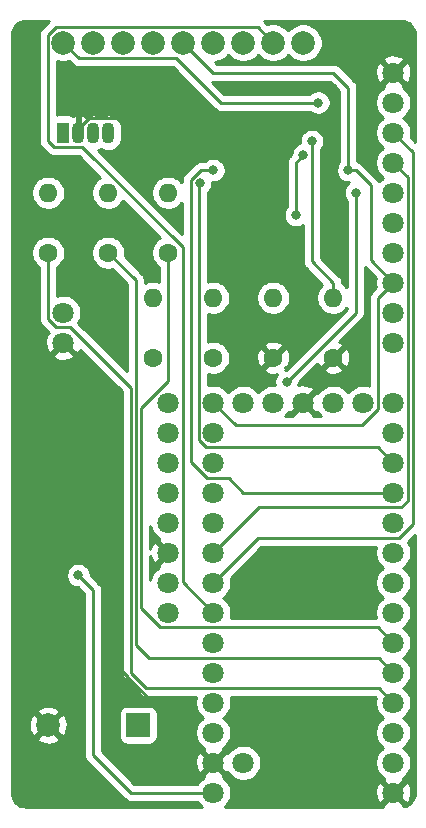
<source format=gbl>
%TF.GenerationSoftware,KiCad,Pcbnew,5.1.9*%
%TF.CreationDate,2021-04-30T01:58:32+02:00*%
%TF.ProjectId,project,70726f6a-6563-4742-9e6b-696361645f70,rev?*%
%TF.SameCoordinates,Original*%
%TF.FileFunction,Copper,L2,Bot*%
%TF.FilePolarity,Positive*%
%FSLAX46Y46*%
G04 Gerber Fmt 4.6, Leading zero omitted, Abs format (unit mm)*
G04 Created by KiCad (PCBNEW 5.1.9) date 2021-04-30 01:58:32*
%MOMM*%
%LPD*%
G01*
G04 APERTURE LIST*
%TA.AperFunction,ComponentPad*%
%ADD10C,1.800000*%
%TD*%
%TA.AperFunction,ComponentPad*%
%ADD11O,1.070000X1.800000*%
%TD*%
%TA.AperFunction,ComponentPad*%
%ADD12R,1.070000X1.800000*%
%TD*%
%TA.AperFunction,ComponentPad*%
%ADD13C,2.000000*%
%TD*%
%TA.AperFunction,ComponentPad*%
%ADD14O,1.600000X1.600000*%
%TD*%
%TA.AperFunction,ComponentPad*%
%ADD15C,1.600000*%
%TD*%
%TA.AperFunction,ComponentPad*%
%ADD16R,2.000000X2.000000*%
%TD*%
%TA.AperFunction,ViaPad*%
%ADD17C,0.800000*%
%TD*%
%TA.AperFunction,Conductor*%
%ADD18C,0.250000*%
%TD*%
%TA.AperFunction,Conductor*%
%ADD19C,0.254000*%
%TD*%
%TA.AperFunction,Conductor*%
%ADD20C,0.100000*%
%TD*%
G04 APERTURE END LIST*
D10*
%TO.P,U1,17*%
%TO.N,GND*%
X257810000Y-71120000D03*
%TO.P,U1,18*%
%TO.N,Net-(U1-Pad18)*%
X255270000Y-71120000D03*
%TO.P,U1,19*%
%TO.N,Net-(U1-Pad19)*%
X252730000Y-71120000D03*
%TO.P,U1,20*%
%TO.N,/SCK*%
X250190000Y-71120000D03*
%TO.P,U1,16*%
%TO.N,Net-(U1-Pad16)*%
X260350000Y-71120000D03*
%TO.P,U1,15*%
%TO.N,Net-(U1-Pad15)*%
X262890000Y-71120000D03*
%TO.P,U1,14*%
%TO.N,/MISO*%
X265430000Y-71120000D03*
%TO.P,U1,21*%
%TO.N,Net-(U1-Pad21)*%
X250190000Y-73660000D03*
%TO.P,U1,22*%
%TO.N,/bat_read*%
X250190000Y-76200000D03*
%TO.P,U1,23*%
%TO.N,Net-(U1-Pad23)*%
X250190000Y-78740000D03*
%TO.P,U1,24*%
%TO.N,Net-(U1-Pad24)*%
X250190000Y-81280000D03*
%TO.P,U1,25*%
%TO.N,/SDA*%
X250190000Y-83820000D03*
%TO.P,U1,26*%
%TO.N,/SCL*%
X250190000Y-86360000D03*
%TO.P,U1,27*%
%TO.N,/RF-CS*%
X250190000Y-88900000D03*
%TO.P,U1,28*%
%TO.N,/RF-G0*%
X250190000Y-91440000D03*
%TO.P,U1,29*%
%TO.N,/RF-RST*%
X250190000Y-93980000D03*
%TO.P,U1,30*%
%TO.N,/BUZZ*%
X250190000Y-96520000D03*
%TO.P,U1,31*%
%TO.N,3V3*%
X250190000Y-99060000D03*
%TO.P,U1,32*%
%TO.N,GND*%
X250190000Y-101600000D03*
%TO.P,U1,33*%
%TO.N,VIN*%
X250190000Y-104140000D03*
%TO.P,U1,34*%
%TO.N,Net-(U1-Pad34)*%
X252730000Y-101600000D03*
%TO.P,U1,13*%
%TO.N,/MOSI*%
X265430000Y-73660000D03*
%TO.P,U1,12*%
%TO.N,/FLASH-CS*%
X265430000Y-76200000D03*
%TO.P,U1,11*%
%TO.N,/FLASH-WP*%
X265430000Y-78740000D03*
%TO.P,U1,10*%
%TO.N,/FLASH-HOLD*%
X265430000Y-81280000D03*
%TO.P,U1,9*%
%TO.N,/EXT-CS*%
X265430000Y-83820000D03*
%TO.P,U1,8*%
%TO.N,Net-(U1-Pad8)*%
X265430000Y-86360000D03*
%TO.P,U1,7*%
%TO.N,Net-(U1-Pad7)*%
X265430000Y-88900000D03*
%TO.P,U1,6*%
%TO.N,/LED-B*%
X265430000Y-91440000D03*
%TO.P,U1,5*%
%TO.N,/LED-G*%
X265430000Y-93980000D03*
%TO.P,U1,4*%
%TO.N,/LED-R*%
X265430000Y-96520000D03*
%TO.P,U1,3*%
%TO.N,/TX1*%
X265430000Y-99060000D03*
%TO.P,U1,2*%
%TO.N,/RX1*%
X265430000Y-101600000D03*
%TO.P,U1,1*%
%TO.N,GND*%
X265430000Y-104140000D03*
%TD*%
D11*
%TO.P,D1,3*%
%TO.N,Net-(D1-Pad3)*%
X241300000Y-48260000D03*
%TO.P,D1,2*%
%TO.N,Net-(D1-Pad2)*%
X240030000Y-48260000D03*
%TO.P,D1,4*%
%TO.N,GND*%
X238760000Y-48260000D03*
D12*
%TO.P,D1,1*%
%TO.N,Net-(D1-Pad1)*%
X237490000Y-48260000D03*
%TD*%
D10*
%TO.P,U3,8*%
%TO.N,Net-(U3-Pad8)*%
X246380000Y-71120000D03*
%TO.P,U3,7*%
%TO.N,Net-(U3-Pad7)*%
X246380000Y-73660000D03*
%TO.P,U3,6*%
%TO.N,Net-(U3-Pad6)*%
X246380000Y-76200000D03*
%TO.P,U3,5*%
%TO.N,/SDA*%
X246380000Y-78740000D03*
%TO.P,U3,4*%
%TO.N,/SCL*%
X246380000Y-81280000D03*
%TO.P,U3,3*%
%TO.N,GND*%
X246380000Y-83820000D03*
%TO.P,U3,2*%
%TO.N,Net-(U3-Pad2)*%
X246380000Y-86360000D03*
%TO.P,U3,1*%
%TO.N,3V3*%
X246380000Y-88900000D03*
%TD*%
D13*
%TO.P,U2,9*%
%TO.N,/RF-RST*%
X257810000Y-40640000D03*
%TO.P,U2,8*%
%TO.N,/RF-CS*%
X255270000Y-40640000D03*
%TO.P,U2,7*%
%TO.N,/MOSI*%
X252730000Y-40640000D03*
%TO.P,U2,6*%
%TO.N,/MISO*%
X250190000Y-40640000D03*
%TO.P,U2,5*%
%TO.N,/SCK*%
X247650000Y-40640000D03*
%TO.P,U2,4*%
%TO.N,/RF-G0*%
X245110000Y-40640000D03*
%TO.P,U2,3*%
%TO.N,Net-(U2-Pad3)*%
X242570000Y-40640000D03*
%TO.P,U2,2*%
%TO.N,GND*%
X240030000Y-40640000D03*
%TO.P,U2,1*%
%TO.N,3V3*%
X237490000Y-40640000D03*
%TD*%
D14*
%TO.P,R5,2*%
%TO.N,Net-(D1-Pad2)*%
X241300000Y-53340000D03*
D15*
%TO.P,R5,1*%
%TO.N,/LED-G*%
X241300000Y-58420000D03*
%TD*%
D14*
%TO.P,R4,2*%
%TO.N,Net-(D1-Pad3)*%
X246380000Y-53340000D03*
D15*
%TO.P,R4,1*%
%TO.N,/LED-B*%
X246380000Y-58420000D03*
%TD*%
D14*
%TO.P,R3,2*%
%TO.N,Net-(D1-Pad1)*%
X236220000Y-53340000D03*
D15*
%TO.P,R3,1*%
%TO.N,/LED-R*%
X236220000Y-58420000D03*
%TD*%
D14*
%TO.P,R2,2*%
%TO.N,/bat_read*%
X255270000Y-62230000D03*
D15*
%TO.P,R2,1*%
%TO.N,GND*%
X255270000Y-67310000D03*
%TD*%
D14*
%TO.P,R1,2*%
%TO.N,VIN*%
X250190000Y-62230000D03*
D15*
%TO.P,R1,1*%
%TO.N,/bat_read*%
X250190000Y-67310000D03*
%TD*%
D10*
%TO.P,J1,10*%
%TO.N,/RX1*%
X265430000Y-66040000D03*
%TO.P,J1,9*%
%TO.N,/TX1*%
X265430000Y-63500000D03*
%TO.P,J1,8*%
%TO.N,/SCK*%
X265430000Y-60960000D03*
%TO.P,J1,7*%
%TO.N,/MISO*%
X265430000Y-58420000D03*
%TO.P,J1,6*%
%TO.N,/MOSI*%
X265430000Y-55880000D03*
%TO.P,J1,5*%
%TO.N,/EXT-CS*%
X265430000Y-53340000D03*
%TO.P,J1,4*%
%TO.N,/SDA*%
X265430000Y-50800000D03*
%TO.P,J1,3*%
%TO.N,/SCL*%
X265430000Y-48260000D03*
%TO.P,J1,2*%
%TO.N,3V3*%
X265430000Y-45720000D03*
%TO.P,J1,1*%
%TO.N,GND*%
X265430000Y-43180000D03*
%TD*%
D14*
%TO.P,C2,2*%
%TO.N,3V3*%
X260350000Y-62230000D03*
D15*
%TO.P,C2,1*%
%TO.N,GND*%
X260350000Y-67310000D03*
%TD*%
D14*
%TO.P,C1,2*%
%TO.N,VIN*%
X245110000Y-62230000D03*
D15*
%TO.P,C1,1*%
%TO.N,GND*%
X245110000Y-67310000D03*
%TD*%
D13*
%TO.P,BZ1,2*%
%TO.N,GND*%
X236220000Y-98425000D03*
D16*
%TO.P,BZ1,1*%
%TO.N,/BUZZ*%
X243840000Y-98425000D03*
%TD*%
D10*
%TO.P,BAT1,2*%
%TO.N,VIN*%
X237490000Y-63500000D03*
%TO.P,BAT1,1*%
%TO.N,GND*%
X237490000Y-66040000D03*
%TD*%
D17*
%TO.N,GND*%
X259715000Y-85725000D03*
X252730000Y-44450000D03*
X238125000Y-92710000D03*
X262890000Y-40005000D03*
%TO.N,VIN*%
X238760000Y-85725000D03*
%TO.N,GND*%
X241935000Y-85725000D03*
X260350000Y-44450000D03*
X251460000Y-52705000D03*
X238125000Y-52070000D03*
%TO.N,3V3*%
X259080000Y-45720000D03*
X258535001Y-48985001D03*
%TO.N,/SCK*%
X261620000Y-51435000D03*
%TO.N,/EXT-CS*%
X256395001Y-69359999D03*
X262255000Y-53340000D03*
%TO.N,/FLASH-CS*%
X249064999Y-52560001D03*
%TO.N,/FLASH-WP*%
X250190000Y-51435000D03*
%TO.N,/FLASH-HOLD*%
X257175000Y-55245000D03*
X257810000Y-50165000D03*
%TD*%
D18*
%TO.N,VIN*%
X250190000Y-104140000D02*
X243205000Y-104140000D01*
X243205000Y-104140000D02*
X240030000Y-100965000D01*
X240030000Y-100965000D02*
X240030000Y-95250000D01*
X240030000Y-95250000D02*
X240030000Y-86995000D01*
X240030000Y-86995000D02*
X238760000Y-85725000D01*
X238760000Y-85725000D02*
X238760000Y-85725000D01*
%TO.N,GND*%
X241935000Y-93345000D02*
X250190000Y-101600000D01*
X241935000Y-85725000D02*
X241935000Y-93345000D01*
X238760000Y-47948763D02*
X238760000Y-48260000D01*
X239673773Y-47034990D02*
X238760000Y-47948763D01*
X250234990Y-47034990D02*
X239673773Y-47034990D01*
X251460000Y-48260000D02*
X250234990Y-47034990D01*
X251460000Y-48260000D02*
X252730000Y-46990000D01*
X252730000Y-46990000D02*
X258883002Y-46990000D01*
X258883002Y-46990000D02*
X259715000Y-46990000D01*
X259715000Y-46990000D02*
X260350000Y-46355000D01*
X260350000Y-46355000D02*
X260350000Y-44450000D01*
X260350000Y-44450000D02*
X260350000Y-44450000D01*
X251460000Y-52705000D02*
X251460000Y-48260000D01*
%TO.N,3V3*%
X259080000Y-45720000D02*
X250825000Y-45720000D01*
X238815001Y-41965001D02*
X237490000Y-40640000D01*
X247070001Y-41965001D02*
X238815001Y-41965001D01*
X250825000Y-45720000D02*
X247070001Y-41965001D01*
X260350000Y-62230000D02*
X260350000Y-60960000D01*
X260350000Y-60960000D02*
X258535001Y-59145001D01*
X258535001Y-59145001D02*
X258535001Y-49620001D01*
X258535001Y-49620001D02*
X258535001Y-48985001D01*
X258535001Y-48985001D02*
X258535001Y-48985001D01*
%TO.N,/SCK*%
X263525000Y-59055000D02*
X265430000Y-60960000D01*
X263525000Y-52705000D02*
X263525000Y-59055000D01*
X262255000Y-51435000D02*
X263525000Y-52705000D01*
X261620000Y-51435000D02*
X262255000Y-51435000D01*
X247650000Y-40640000D02*
X250190000Y-43180000D01*
X250190000Y-43180000D02*
X260350000Y-43180000D01*
X261620000Y-44450000D02*
X261620000Y-51435000D01*
X260350000Y-43180000D02*
X261620000Y-44450000D01*
X264160000Y-62230000D02*
X265430000Y-60960000D01*
X264160000Y-71663002D02*
X264160000Y-62230000D01*
X262798002Y-73025000D02*
X264160000Y-71663002D01*
X252095000Y-73025000D02*
X262798002Y-73025000D01*
X250190000Y-71120000D02*
X252095000Y-73025000D01*
%TO.N,/EXT-CS*%
X256395001Y-69359999D02*
X262255000Y-63500000D01*
X262255000Y-63500000D02*
X262255000Y-53975000D01*
X262255000Y-53975000D02*
X262255000Y-53340000D01*
X262255000Y-53340000D02*
X262255000Y-53340000D01*
%TO.N,/SCL*%
X267105010Y-49935010D02*
X265430000Y-48260000D01*
X267105010Y-81417992D02*
X267105010Y-49935010D01*
X253955001Y-82594999D02*
X265928003Y-82594999D01*
X265928003Y-82594999D02*
X267105010Y-81417992D01*
X250190000Y-86360000D02*
X253955001Y-82594999D01*
%TO.N,/SDA*%
X266655001Y-52025001D02*
X265430000Y-50800000D01*
X266655001Y-79419999D02*
X266655001Y-52025001D01*
X266109999Y-79965001D02*
X266655001Y-79419999D01*
X254044999Y-79965001D02*
X266109999Y-79965001D01*
X250190000Y-83820000D02*
X254044999Y-79965001D01*
%TO.N,/LED-R*%
X238078001Y-64725001D02*
X243205000Y-69852000D01*
X236901999Y-64725001D02*
X238078001Y-64725001D01*
X236220000Y-64043002D02*
X236901999Y-64725001D01*
X236220000Y-58420000D02*
X236220000Y-64043002D01*
X243205000Y-69852000D02*
X243205000Y-93978590D01*
X244521409Y-95294999D02*
X243205000Y-93978590D01*
X264204999Y-95294999D02*
X244521409Y-95294999D01*
X265430000Y-96520000D02*
X264204999Y-95294999D01*
%TO.N,/LED-B*%
X246380000Y-69306998D02*
X244105020Y-71581978D01*
X246380000Y-58420000D02*
X246380000Y-69306998D01*
X264115001Y-90125001D02*
X245700001Y-90125001D01*
X265430000Y-91440000D02*
X264115001Y-90125001D01*
X245700001Y-90125001D02*
X244105020Y-88530020D01*
X244105020Y-71581978D02*
X244105020Y-88530020D01*
%TO.N,/LED-G*%
X241300000Y-58420000D02*
X243655010Y-60775010D01*
X244785019Y-92754999D02*
X243655010Y-91624990D01*
X264204999Y-92754999D02*
X244785019Y-92754999D01*
X265430000Y-93980000D02*
X264204999Y-92754999D01*
X243655010Y-60775010D02*
X243655010Y-91624990D01*
%TO.N,/RF-CS*%
X253944999Y-39314999D02*
X255270000Y-40640000D01*
X236164999Y-40003999D02*
X236853999Y-39314999D01*
X236853999Y-39314999D02*
X253944999Y-39314999D01*
X236164999Y-48955001D02*
X236164999Y-40003999D01*
X236695008Y-49485010D02*
X236164999Y-48955001D01*
X247605001Y-57979999D02*
X239110012Y-49485010D01*
X239110012Y-49485010D02*
X236695008Y-49485010D01*
X247605001Y-86315001D02*
X247605001Y-57979999D01*
X250190000Y-88900000D02*
X247605001Y-86315001D01*
%TO.N,/FLASH-CS*%
X249064999Y-52560001D02*
X249064999Y-52560001D01*
X248964999Y-52660001D02*
X249064999Y-52560001D01*
X248964999Y-74248001D02*
X248964999Y-52660001D01*
X249601999Y-74885001D02*
X248964999Y-74248001D01*
X264115001Y-74885001D02*
X249601999Y-74885001D01*
X265430000Y-76200000D02*
X264115001Y-74885001D01*
%TO.N,/FLASH-WP*%
X250190000Y-51435000D02*
X250190000Y-51435000D01*
X248285000Y-76108002D02*
X248285000Y-52266998D01*
X248285000Y-52266998D02*
X249116998Y-51435000D01*
X251504999Y-77514999D02*
X249691997Y-77514999D01*
X249691997Y-77514999D02*
X248285000Y-76108002D01*
X252730000Y-78740000D02*
X251504999Y-77514999D01*
X249116998Y-51435000D02*
X250190000Y-51435000D01*
X265430000Y-78740000D02*
X252730000Y-78740000D01*
%TO.N,/FLASH-HOLD*%
X257175000Y-55245000D02*
X257175000Y-50800000D01*
X257175000Y-50800000D02*
X257810000Y-50165000D01*
X257810000Y-50165000D02*
X257810000Y-50165000D01*
%TD*%
D19*
%TO.N,GND*%
X235653997Y-39440200D02*
X235624999Y-39463998D01*
X235601201Y-39492996D01*
X235601200Y-39492997D01*
X235530025Y-39579723D01*
X235459453Y-39711753D01*
X235438765Y-39779956D01*
X235415997Y-39855013D01*
X235414933Y-39865816D01*
X235401323Y-40003999D01*
X235405000Y-40041331D01*
X235404999Y-48917679D01*
X235401323Y-48955001D01*
X235404999Y-48992323D01*
X235404999Y-48992333D01*
X235415996Y-49103986D01*
X235454059Y-49229464D01*
X235459453Y-49247247D01*
X235530025Y-49379277D01*
X235548118Y-49401323D01*
X235624998Y-49495002D01*
X235654001Y-49518804D01*
X236131208Y-49996012D01*
X236155007Y-50025011D01*
X236184005Y-50048809D01*
X236270731Y-50119984D01*
X236354998Y-50165026D01*
X236402761Y-50190556D01*
X236546022Y-50234013D01*
X236657675Y-50245010D01*
X236657685Y-50245010D01*
X236695008Y-50248686D01*
X236732331Y-50245010D01*
X238795211Y-50245010D01*
X240619223Y-52069022D01*
X240385241Y-52225363D01*
X240185363Y-52425241D01*
X240028320Y-52660273D01*
X239920147Y-52921426D01*
X239865000Y-53198665D01*
X239865000Y-53481335D01*
X239920147Y-53758574D01*
X240028320Y-54019727D01*
X240185363Y-54254759D01*
X240385241Y-54454637D01*
X240620273Y-54611680D01*
X240881426Y-54719853D01*
X241158665Y-54775000D01*
X241441335Y-54775000D01*
X241718574Y-54719853D01*
X241979727Y-54611680D01*
X242214759Y-54454637D01*
X242414637Y-54254759D01*
X242570978Y-54020778D01*
X245699222Y-57149022D01*
X245465241Y-57305363D01*
X245265363Y-57505241D01*
X245108320Y-57740273D01*
X245000147Y-58001426D01*
X244945000Y-58278665D01*
X244945000Y-58561335D01*
X245000147Y-58838574D01*
X245108320Y-59099727D01*
X245265363Y-59334759D01*
X245465241Y-59534637D01*
X245620000Y-59638043D01*
X245620000Y-60888017D01*
X245528574Y-60850147D01*
X245251335Y-60795000D01*
X244968665Y-60795000D01*
X244691426Y-60850147D01*
X244430273Y-60958320D01*
X244415010Y-60968518D01*
X244415010Y-60812332D01*
X244418686Y-60775009D01*
X244415010Y-60737686D01*
X244415010Y-60737677D01*
X244404013Y-60626024D01*
X244360556Y-60482763D01*
X244289984Y-60350733D01*
X244218809Y-60264007D01*
X244195011Y-60235009D01*
X244166014Y-60211212D01*
X242698688Y-58743886D01*
X242735000Y-58561335D01*
X242735000Y-58278665D01*
X242679853Y-58001426D01*
X242571680Y-57740273D01*
X242414637Y-57505241D01*
X242214759Y-57305363D01*
X241979727Y-57148320D01*
X241718574Y-57040147D01*
X241441335Y-56985000D01*
X241158665Y-56985000D01*
X240881426Y-57040147D01*
X240620273Y-57148320D01*
X240385241Y-57305363D01*
X240185363Y-57505241D01*
X240028320Y-57740273D01*
X239920147Y-58001426D01*
X239865000Y-58278665D01*
X239865000Y-58561335D01*
X239920147Y-58838574D01*
X240028320Y-59099727D01*
X240185363Y-59334759D01*
X240385241Y-59534637D01*
X240620273Y-59691680D01*
X240881426Y-59799853D01*
X241158665Y-59855000D01*
X241441335Y-59855000D01*
X241623886Y-59818688D01*
X242895010Y-61089812D01*
X242895010Y-68467208D01*
X238772031Y-64344230D01*
X238850299Y-64227095D01*
X238966011Y-63947743D01*
X239025000Y-63651184D01*
X239025000Y-63348816D01*
X238966011Y-63052257D01*
X238850299Y-62772905D01*
X238682312Y-62521495D01*
X238468505Y-62307688D01*
X238217095Y-62139701D01*
X237937743Y-62023989D01*
X237641184Y-61965000D01*
X237338816Y-61965000D01*
X237042257Y-62023989D01*
X236980000Y-62049777D01*
X236980000Y-59638043D01*
X237134759Y-59534637D01*
X237334637Y-59334759D01*
X237491680Y-59099727D01*
X237599853Y-58838574D01*
X237655000Y-58561335D01*
X237655000Y-58278665D01*
X237599853Y-58001426D01*
X237491680Y-57740273D01*
X237334637Y-57505241D01*
X237134759Y-57305363D01*
X236899727Y-57148320D01*
X236638574Y-57040147D01*
X236361335Y-56985000D01*
X236078665Y-56985000D01*
X235801426Y-57040147D01*
X235540273Y-57148320D01*
X235305241Y-57305363D01*
X235105363Y-57505241D01*
X234948320Y-57740273D01*
X234840147Y-58001426D01*
X234785000Y-58278665D01*
X234785000Y-58561335D01*
X234840147Y-58838574D01*
X234948320Y-59099727D01*
X235105363Y-59334759D01*
X235305241Y-59534637D01*
X235460000Y-59638044D01*
X235460001Y-64005670D01*
X235456324Y-64043002D01*
X235470998Y-64191987D01*
X235514454Y-64335248D01*
X235585026Y-64467278D01*
X235646024Y-64541603D01*
X235680000Y-64583003D01*
X235708998Y-64606801D01*
X236299381Y-65197185D01*
X236171739Y-65239208D01*
X236040842Y-65511775D01*
X235965635Y-65804642D01*
X235949009Y-66106553D01*
X235991603Y-66405907D01*
X236091778Y-66691199D01*
X236171739Y-66840792D01*
X236425920Y-66924475D01*
X237310395Y-66040000D01*
X237296253Y-66025858D01*
X237475858Y-65846253D01*
X237490000Y-65860395D01*
X237504143Y-65846253D01*
X237683748Y-66025858D01*
X237669605Y-66040000D01*
X238554080Y-66924475D01*
X238808261Y-66840792D01*
X238909072Y-66630873D01*
X242445000Y-70166802D01*
X242445001Y-93941257D01*
X242441324Y-93978590D01*
X242445001Y-94015923D01*
X242455998Y-94127576D01*
X242469180Y-94171032D01*
X242499454Y-94270836D01*
X242570026Y-94402866D01*
X242638518Y-94486323D01*
X242665000Y-94518591D01*
X242693998Y-94542389D01*
X243957614Y-95806007D01*
X243981408Y-95835000D01*
X244010401Y-95858794D01*
X244010405Y-95858798D01*
X244081094Y-95916810D01*
X244097133Y-95929973D01*
X244229162Y-96000545D01*
X244372423Y-96044002D01*
X244484076Y-96054999D01*
X244484085Y-96054999D01*
X244521408Y-96058675D01*
X244558731Y-96054999D01*
X248721138Y-96054999D01*
X248713989Y-96072257D01*
X248655000Y-96368816D01*
X248655000Y-96671184D01*
X248713989Y-96967743D01*
X248829701Y-97247095D01*
X248997688Y-97498505D01*
X249211495Y-97712312D01*
X249327763Y-97790000D01*
X249211495Y-97867688D01*
X248997688Y-98081495D01*
X248829701Y-98332905D01*
X248713989Y-98612257D01*
X248655000Y-98908816D01*
X248655000Y-99211184D01*
X248713989Y-99507743D01*
X248829701Y-99787095D01*
X248997688Y-100038505D01*
X249211495Y-100252312D01*
X249365105Y-100354951D01*
X249305525Y-100535920D01*
X250190000Y-101420395D01*
X251074475Y-100535920D01*
X251014895Y-100354951D01*
X251168505Y-100252312D01*
X251382312Y-100038505D01*
X251550299Y-99787095D01*
X251666011Y-99507743D01*
X251725000Y-99211184D01*
X251725000Y-98908816D01*
X251666011Y-98612257D01*
X251550299Y-98332905D01*
X251382312Y-98081495D01*
X251168505Y-97867688D01*
X251052237Y-97790000D01*
X251168505Y-97712312D01*
X251382312Y-97498505D01*
X251550299Y-97247095D01*
X251666011Y-96967743D01*
X251725000Y-96671184D01*
X251725000Y-96368816D01*
X251666011Y-96072257D01*
X251658862Y-96054999D01*
X263890198Y-96054999D01*
X263946269Y-96111070D01*
X263895000Y-96368816D01*
X263895000Y-96671184D01*
X263953989Y-96967743D01*
X264069701Y-97247095D01*
X264237688Y-97498505D01*
X264451495Y-97712312D01*
X264567763Y-97790000D01*
X264451495Y-97867688D01*
X264237688Y-98081495D01*
X264069701Y-98332905D01*
X263953989Y-98612257D01*
X263895000Y-98908816D01*
X263895000Y-99211184D01*
X263953989Y-99507743D01*
X264069701Y-99787095D01*
X264237688Y-100038505D01*
X264451495Y-100252312D01*
X264567763Y-100330000D01*
X264451495Y-100407688D01*
X264237688Y-100621495D01*
X264069701Y-100872905D01*
X263953989Y-101152257D01*
X263895000Y-101448816D01*
X263895000Y-101751184D01*
X263953989Y-102047743D01*
X264069701Y-102327095D01*
X264237688Y-102578505D01*
X264451495Y-102792312D01*
X264605105Y-102894951D01*
X264545525Y-103075920D01*
X265430000Y-103960395D01*
X266314475Y-103075920D01*
X266254895Y-102894951D01*
X266408505Y-102792312D01*
X266622312Y-102578505D01*
X266790299Y-102327095D01*
X266906011Y-102047743D01*
X266965000Y-101751184D01*
X266965000Y-101448816D01*
X266906011Y-101152257D01*
X266790299Y-100872905D01*
X266622312Y-100621495D01*
X266408505Y-100407688D01*
X266292237Y-100330000D01*
X266408505Y-100252312D01*
X266622312Y-100038505D01*
X266790299Y-99787095D01*
X266906011Y-99507743D01*
X266965000Y-99211184D01*
X266965000Y-98908816D01*
X266906011Y-98612257D01*
X266790299Y-98332905D01*
X266622312Y-98081495D01*
X266408505Y-97867688D01*
X266292237Y-97790000D01*
X266408505Y-97712312D01*
X266622312Y-97498505D01*
X266790299Y-97247095D01*
X266906011Y-96967743D01*
X266965000Y-96671184D01*
X266965000Y-96368816D01*
X266906011Y-96072257D01*
X266790299Y-95792905D01*
X266622312Y-95541495D01*
X266408505Y-95327688D01*
X266292237Y-95250000D01*
X266408505Y-95172312D01*
X266622312Y-94958505D01*
X266790299Y-94707095D01*
X266906011Y-94427743D01*
X266965000Y-94131184D01*
X266965000Y-93828816D01*
X266906011Y-93532257D01*
X266790299Y-93252905D01*
X266622312Y-93001495D01*
X266408505Y-92787688D01*
X266292237Y-92710000D01*
X266408505Y-92632312D01*
X266622312Y-92418505D01*
X266790299Y-92167095D01*
X266906011Y-91887743D01*
X266965000Y-91591184D01*
X266965000Y-91288816D01*
X266906011Y-90992257D01*
X266790299Y-90712905D01*
X266622312Y-90461495D01*
X266408505Y-90247688D01*
X266292237Y-90170000D01*
X266408505Y-90092312D01*
X266622312Y-89878505D01*
X266790299Y-89627095D01*
X266906011Y-89347743D01*
X266965000Y-89051184D01*
X266965000Y-88748816D01*
X266906011Y-88452257D01*
X266790299Y-88172905D01*
X266622312Y-87921495D01*
X266408505Y-87707688D01*
X266292237Y-87630000D01*
X266408505Y-87552312D01*
X266622312Y-87338505D01*
X266790299Y-87087095D01*
X266906011Y-86807743D01*
X266965000Y-86511184D01*
X266965000Y-86208816D01*
X266906011Y-85912257D01*
X266790299Y-85632905D01*
X266622312Y-85381495D01*
X266408505Y-85167688D01*
X266292237Y-85090000D01*
X266408505Y-85012312D01*
X266622312Y-84798505D01*
X266790299Y-84547095D01*
X266906011Y-84267743D01*
X266965000Y-83971184D01*
X266965000Y-83668816D01*
X266906011Y-83372257D01*
X266790299Y-83092905D01*
X266675983Y-82921820D01*
X267260001Y-82337803D01*
X267260001Y-104105261D01*
X267233901Y-104371449D01*
X267166684Y-104594084D01*
X267057506Y-104799417D01*
X266910522Y-104979637D01*
X266731333Y-105127876D01*
X266526761Y-105238488D01*
X266304606Y-105307257D01*
X266279643Y-105309881D01*
X266314475Y-105204080D01*
X265430000Y-104319605D01*
X264545525Y-105204080D01*
X264588627Y-105335000D01*
X251164482Y-105335000D01*
X251168505Y-105332312D01*
X251382312Y-105118505D01*
X251550299Y-104867095D01*
X251666011Y-104587743D01*
X251725000Y-104291184D01*
X251725000Y-104206553D01*
X263889009Y-104206553D01*
X263931603Y-104505907D01*
X264031778Y-104791199D01*
X264111739Y-104940792D01*
X264365920Y-105024475D01*
X265250395Y-104140000D01*
X265609605Y-104140000D01*
X266494080Y-105024475D01*
X266748261Y-104940792D01*
X266879158Y-104668225D01*
X266954365Y-104375358D01*
X266970991Y-104073447D01*
X266928397Y-103774093D01*
X266828222Y-103488801D01*
X266748261Y-103339208D01*
X266494080Y-103255525D01*
X265609605Y-104140000D01*
X265250395Y-104140000D01*
X264365920Y-103255525D01*
X264111739Y-103339208D01*
X263980842Y-103611775D01*
X263905635Y-103904642D01*
X263889009Y-104206553D01*
X251725000Y-104206553D01*
X251725000Y-103988816D01*
X251666011Y-103692257D01*
X251550299Y-103412905D01*
X251382312Y-103161495D01*
X251168505Y-102947688D01*
X251014895Y-102845049D01*
X251074475Y-102664080D01*
X250190000Y-101779605D01*
X249305525Y-102664080D01*
X249365105Y-102845049D01*
X249211495Y-102947688D01*
X248997688Y-103161495D01*
X248851687Y-103380000D01*
X243519802Y-103380000D01*
X241806355Y-101666553D01*
X248649009Y-101666553D01*
X248691603Y-101965907D01*
X248791778Y-102251199D01*
X248871739Y-102400792D01*
X249125920Y-102484475D01*
X250010395Y-101600000D01*
X250369605Y-101600000D01*
X251254080Y-102484475D01*
X251435049Y-102424895D01*
X251537688Y-102578505D01*
X251751495Y-102792312D01*
X252002905Y-102960299D01*
X252282257Y-103076011D01*
X252578816Y-103135000D01*
X252881184Y-103135000D01*
X253177743Y-103076011D01*
X253457095Y-102960299D01*
X253708505Y-102792312D01*
X253922312Y-102578505D01*
X254090299Y-102327095D01*
X254206011Y-102047743D01*
X254265000Y-101751184D01*
X254265000Y-101448816D01*
X254206011Y-101152257D01*
X254090299Y-100872905D01*
X253922312Y-100621495D01*
X253708505Y-100407688D01*
X253457095Y-100239701D01*
X253177743Y-100123989D01*
X252881184Y-100065000D01*
X252578816Y-100065000D01*
X252282257Y-100123989D01*
X252002905Y-100239701D01*
X251751495Y-100407688D01*
X251537688Y-100621495D01*
X251435049Y-100775105D01*
X251254080Y-100715525D01*
X250369605Y-101600000D01*
X250010395Y-101600000D01*
X249125920Y-100715525D01*
X248871739Y-100799208D01*
X248740842Y-101071775D01*
X248665635Y-101364642D01*
X248649009Y-101666553D01*
X241806355Y-101666553D01*
X240790000Y-100650199D01*
X240790000Y-97425000D01*
X242201928Y-97425000D01*
X242201928Y-99425000D01*
X242214188Y-99549482D01*
X242250498Y-99669180D01*
X242309463Y-99779494D01*
X242388815Y-99876185D01*
X242485506Y-99955537D01*
X242595820Y-100014502D01*
X242715518Y-100050812D01*
X242840000Y-100063072D01*
X244840000Y-100063072D01*
X244964482Y-100050812D01*
X245084180Y-100014502D01*
X245194494Y-99955537D01*
X245291185Y-99876185D01*
X245370537Y-99779494D01*
X245429502Y-99669180D01*
X245465812Y-99549482D01*
X245478072Y-99425000D01*
X245478072Y-97425000D01*
X245465812Y-97300518D01*
X245429502Y-97180820D01*
X245370537Y-97070506D01*
X245291185Y-96973815D01*
X245194494Y-96894463D01*
X245084180Y-96835498D01*
X244964482Y-96799188D01*
X244840000Y-96786928D01*
X242840000Y-96786928D01*
X242715518Y-96799188D01*
X242595820Y-96835498D01*
X242485506Y-96894463D01*
X242388815Y-96973815D01*
X242309463Y-97070506D01*
X242250498Y-97180820D01*
X242214188Y-97300518D01*
X242201928Y-97425000D01*
X240790000Y-97425000D01*
X240790000Y-87032322D01*
X240793676Y-86994999D01*
X240790000Y-86957676D01*
X240790000Y-86957667D01*
X240779003Y-86846014D01*
X240735546Y-86702753D01*
X240664974Y-86570724D01*
X240570001Y-86454999D01*
X240541003Y-86431201D01*
X239795000Y-85685199D01*
X239795000Y-85623061D01*
X239755226Y-85423102D01*
X239677205Y-85234744D01*
X239563937Y-85065226D01*
X239419774Y-84921063D01*
X239250256Y-84807795D01*
X239061898Y-84729774D01*
X238861939Y-84690000D01*
X238658061Y-84690000D01*
X238458102Y-84729774D01*
X238269744Y-84807795D01*
X238100226Y-84921063D01*
X237956063Y-85065226D01*
X237842795Y-85234744D01*
X237764774Y-85423102D01*
X237725000Y-85623061D01*
X237725000Y-85826939D01*
X237764774Y-86026898D01*
X237842795Y-86215256D01*
X237956063Y-86384774D01*
X238100226Y-86528937D01*
X238269744Y-86642205D01*
X238458102Y-86720226D01*
X238658061Y-86760000D01*
X238720199Y-86760000D01*
X239270001Y-87309803D01*
X239270000Y-95287332D01*
X239270001Y-95287342D01*
X239270000Y-100927677D01*
X239266324Y-100965000D01*
X239270000Y-101002322D01*
X239270000Y-101002332D01*
X239280997Y-101113985D01*
X239317431Y-101234093D01*
X239324454Y-101257246D01*
X239395026Y-101389276D01*
X239420565Y-101420395D01*
X239489999Y-101505001D01*
X239519003Y-101528804D01*
X242641201Y-104651003D01*
X242664999Y-104680001D01*
X242693997Y-104703799D01*
X242780723Y-104774974D01*
X242908628Y-104843341D01*
X242912753Y-104845546D01*
X243056014Y-104889003D01*
X243167667Y-104900000D01*
X243167676Y-104900000D01*
X243204999Y-104903676D01*
X243242322Y-104900000D01*
X248851687Y-104900000D01*
X248997688Y-105118505D01*
X249211495Y-105332312D01*
X249215518Y-105335000D01*
X234349729Y-105335000D01*
X234083551Y-105308901D01*
X233860916Y-105241684D01*
X233655583Y-105132506D01*
X233475363Y-104985522D01*
X233327124Y-104806333D01*
X233216512Y-104601761D01*
X233147743Y-104379606D01*
X233120000Y-104115655D01*
X233120000Y-99560413D01*
X235264192Y-99560413D01*
X235359956Y-99824814D01*
X235649571Y-99965704D01*
X235961108Y-100047384D01*
X236282595Y-100066718D01*
X236601675Y-100022961D01*
X236906088Y-99917795D01*
X237080044Y-99824814D01*
X237175808Y-99560413D01*
X236220000Y-98604605D01*
X235264192Y-99560413D01*
X233120000Y-99560413D01*
X233120000Y-98487595D01*
X234578282Y-98487595D01*
X234622039Y-98806675D01*
X234727205Y-99111088D01*
X234820186Y-99285044D01*
X235084587Y-99380808D01*
X236040395Y-98425000D01*
X236399605Y-98425000D01*
X237355413Y-99380808D01*
X237619814Y-99285044D01*
X237760704Y-98995429D01*
X237842384Y-98683892D01*
X237861718Y-98362405D01*
X237817961Y-98043325D01*
X237712795Y-97738912D01*
X237619814Y-97564956D01*
X237355413Y-97469192D01*
X236399605Y-98425000D01*
X236040395Y-98425000D01*
X235084587Y-97469192D01*
X234820186Y-97564956D01*
X234679296Y-97854571D01*
X234597616Y-98166108D01*
X234578282Y-98487595D01*
X233120000Y-98487595D01*
X233120000Y-97289587D01*
X235264192Y-97289587D01*
X236220000Y-98245395D01*
X237175808Y-97289587D01*
X237080044Y-97025186D01*
X236790429Y-96884296D01*
X236478892Y-96802616D01*
X236157405Y-96783282D01*
X235838325Y-96827039D01*
X235533912Y-96932205D01*
X235359956Y-97025186D01*
X235264192Y-97289587D01*
X233120000Y-97289587D01*
X233120000Y-67104080D01*
X236605525Y-67104080D01*
X236689208Y-67358261D01*
X236961775Y-67489158D01*
X237254642Y-67564365D01*
X237556553Y-67580991D01*
X237855907Y-67538397D01*
X238141199Y-67438222D01*
X238290792Y-67358261D01*
X238374475Y-67104080D01*
X237490000Y-66219605D01*
X236605525Y-67104080D01*
X233120000Y-67104080D01*
X233120000Y-53198665D01*
X234785000Y-53198665D01*
X234785000Y-53481335D01*
X234840147Y-53758574D01*
X234948320Y-54019727D01*
X235105363Y-54254759D01*
X235305241Y-54454637D01*
X235540273Y-54611680D01*
X235801426Y-54719853D01*
X236078665Y-54775000D01*
X236361335Y-54775000D01*
X236638574Y-54719853D01*
X236899727Y-54611680D01*
X237134759Y-54454637D01*
X237334637Y-54254759D01*
X237491680Y-54019727D01*
X237599853Y-53758574D01*
X237655000Y-53481335D01*
X237655000Y-53198665D01*
X237599853Y-52921426D01*
X237491680Y-52660273D01*
X237334637Y-52425241D01*
X237134759Y-52225363D01*
X236899727Y-52068320D01*
X236638574Y-51960147D01*
X236361335Y-51905000D01*
X236078665Y-51905000D01*
X235801426Y-51960147D01*
X235540273Y-52068320D01*
X235305241Y-52225363D01*
X235105363Y-52425241D01*
X234948320Y-52660273D01*
X234840147Y-52921426D01*
X234785000Y-53198665D01*
X233120000Y-53198665D01*
X233120000Y-40039728D01*
X233146098Y-39773554D01*
X233213315Y-39550919D01*
X233322495Y-39345581D01*
X233469479Y-39165361D01*
X233648668Y-39017123D01*
X233853240Y-38906511D01*
X234075397Y-38837742D01*
X234339344Y-38810000D01*
X236284196Y-38810000D01*
X235653997Y-39440200D01*
%TA.AperFunction,Conductor*%
D20*
G36*
X235653997Y-39440200D02*
G01*
X235624999Y-39463998D01*
X235601201Y-39492996D01*
X235601200Y-39492997D01*
X235530025Y-39579723D01*
X235459453Y-39711753D01*
X235438765Y-39779956D01*
X235415997Y-39855013D01*
X235414933Y-39865816D01*
X235401323Y-40003999D01*
X235405000Y-40041331D01*
X235404999Y-48917679D01*
X235401323Y-48955001D01*
X235404999Y-48992323D01*
X235404999Y-48992333D01*
X235415996Y-49103986D01*
X235454059Y-49229464D01*
X235459453Y-49247247D01*
X235530025Y-49379277D01*
X235548118Y-49401323D01*
X235624998Y-49495002D01*
X235654001Y-49518804D01*
X236131208Y-49996012D01*
X236155007Y-50025011D01*
X236184005Y-50048809D01*
X236270731Y-50119984D01*
X236354998Y-50165026D01*
X236402761Y-50190556D01*
X236546022Y-50234013D01*
X236657675Y-50245010D01*
X236657685Y-50245010D01*
X236695008Y-50248686D01*
X236732331Y-50245010D01*
X238795211Y-50245010D01*
X240619223Y-52069022D01*
X240385241Y-52225363D01*
X240185363Y-52425241D01*
X240028320Y-52660273D01*
X239920147Y-52921426D01*
X239865000Y-53198665D01*
X239865000Y-53481335D01*
X239920147Y-53758574D01*
X240028320Y-54019727D01*
X240185363Y-54254759D01*
X240385241Y-54454637D01*
X240620273Y-54611680D01*
X240881426Y-54719853D01*
X241158665Y-54775000D01*
X241441335Y-54775000D01*
X241718574Y-54719853D01*
X241979727Y-54611680D01*
X242214759Y-54454637D01*
X242414637Y-54254759D01*
X242570978Y-54020778D01*
X245699222Y-57149022D01*
X245465241Y-57305363D01*
X245265363Y-57505241D01*
X245108320Y-57740273D01*
X245000147Y-58001426D01*
X244945000Y-58278665D01*
X244945000Y-58561335D01*
X245000147Y-58838574D01*
X245108320Y-59099727D01*
X245265363Y-59334759D01*
X245465241Y-59534637D01*
X245620000Y-59638043D01*
X245620000Y-60888017D01*
X245528574Y-60850147D01*
X245251335Y-60795000D01*
X244968665Y-60795000D01*
X244691426Y-60850147D01*
X244430273Y-60958320D01*
X244415010Y-60968518D01*
X244415010Y-60812332D01*
X244418686Y-60775009D01*
X244415010Y-60737686D01*
X244415010Y-60737677D01*
X244404013Y-60626024D01*
X244360556Y-60482763D01*
X244289984Y-60350733D01*
X244218809Y-60264007D01*
X244195011Y-60235009D01*
X244166014Y-60211212D01*
X242698688Y-58743886D01*
X242735000Y-58561335D01*
X242735000Y-58278665D01*
X242679853Y-58001426D01*
X242571680Y-57740273D01*
X242414637Y-57505241D01*
X242214759Y-57305363D01*
X241979727Y-57148320D01*
X241718574Y-57040147D01*
X241441335Y-56985000D01*
X241158665Y-56985000D01*
X240881426Y-57040147D01*
X240620273Y-57148320D01*
X240385241Y-57305363D01*
X240185363Y-57505241D01*
X240028320Y-57740273D01*
X239920147Y-58001426D01*
X239865000Y-58278665D01*
X239865000Y-58561335D01*
X239920147Y-58838574D01*
X240028320Y-59099727D01*
X240185363Y-59334759D01*
X240385241Y-59534637D01*
X240620273Y-59691680D01*
X240881426Y-59799853D01*
X241158665Y-59855000D01*
X241441335Y-59855000D01*
X241623886Y-59818688D01*
X242895010Y-61089812D01*
X242895010Y-68467208D01*
X238772031Y-64344230D01*
X238850299Y-64227095D01*
X238966011Y-63947743D01*
X239025000Y-63651184D01*
X239025000Y-63348816D01*
X238966011Y-63052257D01*
X238850299Y-62772905D01*
X238682312Y-62521495D01*
X238468505Y-62307688D01*
X238217095Y-62139701D01*
X237937743Y-62023989D01*
X237641184Y-61965000D01*
X237338816Y-61965000D01*
X237042257Y-62023989D01*
X236980000Y-62049777D01*
X236980000Y-59638043D01*
X237134759Y-59534637D01*
X237334637Y-59334759D01*
X237491680Y-59099727D01*
X237599853Y-58838574D01*
X237655000Y-58561335D01*
X237655000Y-58278665D01*
X237599853Y-58001426D01*
X237491680Y-57740273D01*
X237334637Y-57505241D01*
X237134759Y-57305363D01*
X236899727Y-57148320D01*
X236638574Y-57040147D01*
X236361335Y-56985000D01*
X236078665Y-56985000D01*
X235801426Y-57040147D01*
X235540273Y-57148320D01*
X235305241Y-57305363D01*
X235105363Y-57505241D01*
X234948320Y-57740273D01*
X234840147Y-58001426D01*
X234785000Y-58278665D01*
X234785000Y-58561335D01*
X234840147Y-58838574D01*
X234948320Y-59099727D01*
X235105363Y-59334759D01*
X235305241Y-59534637D01*
X235460000Y-59638044D01*
X235460001Y-64005670D01*
X235456324Y-64043002D01*
X235470998Y-64191987D01*
X235514454Y-64335248D01*
X235585026Y-64467278D01*
X235646024Y-64541603D01*
X235680000Y-64583003D01*
X235708998Y-64606801D01*
X236299381Y-65197185D01*
X236171739Y-65239208D01*
X236040842Y-65511775D01*
X235965635Y-65804642D01*
X235949009Y-66106553D01*
X235991603Y-66405907D01*
X236091778Y-66691199D01*
X236171739Y-66840792D01*
X236425920Y-66924475D01*
X237310395Y-66040000D01*
X237296253Y-66025858D01*
X237475858Y-65846253D01*
X237490000Y-65860395D01*
X237504143Y-65846253D01*
X237683748Y-66025858D01*
X237669605Y-66040000D01*
X238554080Y-66924475D01*
X238808261Y-66840792D01*
X238909072Y-66630873D01*
X242445000Y-70166802D01*
X242445001Y-93941257D01*
X242441324Y-93978590D01*
X242445001Y-94015923D01*
X242455998Y-94127576D01*
X242469180Y-94171032D01*
X242499454Y-94270836D01*
X242570026Y-94402866D01*
X242638518Y-94486323D01*
X242665000Y-94518591D01*
X242693998Y-94542389D01*
X243957614Y-95806007D01*
X243981408Y-95835000D01*
X244010401Y-95858794D01*
X244010405Y-95858798D01*
X244081094Y-95916810D01*
X244097133Y-95929973D01*
X244229162Y-96000545D01*
X244372423Y-96044002D01*
X244484076Y-96054999D01*
X244484085Y-96054999D01*
X244521408Y-96058675D01*
X244558731Y-96054999D01*
X248721138Y-96054999D01*
X248713989Y-96072257D01*
X248655000Y-96368816D01*
X248655000Y-96671184D01*
X248713989Y-96967743D01*
X248829701Y-97247095D01*
X248997688Y-97498505D01*
X249211495Y-97712312D01*
X249327763Y-97790000D01*
X249211495Y-97867688D01*
X248997688Y-98081495D01*
X248829701Y-98332905D01*
X248713989Y-98612257D01*
X248655000Y-98908816D01*
X248655000Y-99211184D01*
X248713989Y-99507743D01*
X248829701Y-99787095D01*
X248997688Y-100038505D01*
X249211495Y-100252312D01*
X249365105Y-100354951D01*
X249305525Y-100535920D01*
X250190000Y-101420395D01*
X251074475Y-100535920D01*
X251014895Y-100354951D01*
X251168505Y-100252312D01*
X251382312Y-100038505D01*
X251550299Y-99787095D01*
X251666011Y-99507743D01*
X251725000Y-99211184D01*
X251725000Y-98908816D01*
X251666011Y-98612257D01*
X251550299Y-98332905D01*
X251382312Y-98081495D01*
X251168505Y-97867688D01*
X251052237Y-97790000D01*
X251168505Y-97712312D01*
X251382312Y-97498505D01*
X251550299Y-97247095D01*
X251666011Y-96967743D01*
X251725000Y-96671184D01*
X251725000Y-96368816D01*
X251666011Y-96072257D01*
X251658862Y-96054999D01*
X263890198Y-96054999D01*
X263946269Y-96111070D01*
X263895000Y-96368816D01*
X263895000Y-96671184D01*
X263953989Y-96967743D01*
X264069701Y-97247095D01*
X264237688Y-97498505D01*
X264451495Y-97712312D01*
X264567763Y-97790000D01*
X264451495Y-97867688D01*
X264237688Y-98081495D01*
X264069701Y-98332905D01*
X263953989Y-98612257D01*
X263895000Y-98908816D01*
X263895000Y-99211184D01*
X263953989Y-99507743D01*
X264069701Y-99787095D01*
X264237688Y-100038505D01*
X264451495Y-100252312D01*
X264567763Y-100330000D01*
X264451495Y-100407688D01*
X264237688Y-100621495D01*
X264069701Y-100872905D01*
X263953989Y-101152257D01*
X263895000Y-101448816D01*
X263895000Y-101751184D01*
X263953989Y-102047743D01*
X264069701Y-102327095D01*
X264237688Y-102578505D01*
X264451495Y-102792312D01*
X264605105Y-102894951D01*
X264545525Y-103075920D01*
X265430000Y-103960395D01*
X266314475Y-103075920D01*
X266254895Y-102894951D01*
X266408505Y-102792312D01*
X266622312Y-102578505D01*
X266790299Y-102327095D01*
X266906011Y-102047743D01*
X266965000Y-101751184D01*
X266965000Y-101448816D01*
X266906011Y-101152257D01*
X266790299Y-100872905D01*
X266622312Y-100621495D01*
X266408505Y-100407688D01*
X266292237Y-100330000D01*
X266408505Y-100252312D01*
X266622312Y-100038505D01*
X266790299Y-99787095D01*
X266906011Y-99507743D01*
X266965000Y-99211184D01*
X266965000Y-98908816D01*
X266906011Y-98612257D01*
X266790299Y-98332905D01*
X266622312Y-98081495D01*
X266408505Y-97867688D01*
X266292237Y-97790000D01*
X266408505Y-97712312D01*
X266622312Y-97498505D01*
X266790299Y-97247095D01*
X266906011Y-96967743D01*
X266965000Y-96671184D01*
X266965000Y-96368816D01*
X266906011Y-96072257D01*
X266790299Y-95792905D01*
X266622312Y-95541495D01*
X266408505Y-95327688D01*
X266292237Y-95250000D01*
X266408505Y-95172312D01*
X266622312Y-94958505D01*
X266790299Y-94707095D01*
X266906011Y-94427743D01*
X266965000Y-94131184D01*
X266965000Y-93828816D01*
X266906011Y-93532257D01*
X266790299Y-93252905D01*
X266622312Y-93001495D01*
X266408505Y-92787688D01*
X266292237Y-92710000D01*
X266408505Y-92632312D01*
X266622312Y-92418505D01*
X266790299Y-92167095D01*
X266906011Y-91887743D01*
X266965000Y-91591184D01*
X266965000Y-91288816D01*
X266906011Y-90992257D01*
X266790299Y-90712905D01*
X266622312Y-90461495D01*
X266408505Y-90247688D01*
X266292237Y-90170000D01*
X266408505Y-90092312D01*
X266622312Y-89878505D01*
X266790299Y-89627095D01*
X266906011Y-89347743D01*
X266965000Y-89051184D01*
X266965000Y-88748816D01*
X266906011Y-88452257D01*
X266790299Y-88172905D01*
X266622312Y-87921495D01*
X266408505Y-87707688D01*
X266292237Y-87630000D01*
X266408505Y-87552312D01*
X266622312Y-87338505D01*
X266790299Y-87087095D01*
X266906011Y-86807743D01*
X266965000Y-86511184D01*
X266965000Y-86208816D01*
X266906011Y-85912257D01*
X266790299Y-85632905D01*
X266622312Y-85381495D01*
X266408505Y-85167688D01*
X266292237Y-85090000D01*
X266408505Y-85012312D01*
X266622312Y-84798505D01*
X266790299Y-84547095D01*
X266906011Y-84267743D01*
X266965000Y-83971184D01*
X266965000Y-83668816D01*
X266906011Y-83372257D01*
X266790299Y-83092905D01*
X266675983Y-82921820D01*
X267260001Y-82337803D01*
X267260001Y-104105261D01*
X267233901Y-104371449D01*
X267166684Y-104594084D01*
X267057506Y-104799417D01*
X266910522Y-104979637D01*
X266731333Y-105127876D01*
X266526761Y-105238488D01*
X266304606Y-105307257D01*
X266279643Y-105309881D01*
X266314475Y-105204080D01*
X265430000Y-104319605D01*
X264545525Y-105204080D01*
X264588627Y-105335000D01*
X251164482Y-105335000D01*
X251168505Y-105332312D01*
X251382312Y-105118505D01*
X251550299Y-104867095D01*
X251666011Y-104587743D01*
X251725000Y-104291184D01*
X251725000Y-104206553D01*
X263889009Y-104206553D01*
X263931603Y-104505907D01*
X264031778Y-104791199D01*
X264111739Y-104940792D01*
X264365920Y-105024475D01*
X265250395Y-104140000D01*
X265609605Y-104140000D01*
X266494080Y-105024475D01*
X266748261Y-104940792D01*
X266879158Y-104668225D01*
X266954365Y-104375358D01*
X266970991Y-104073447D01*
X266928397Y-103774093D01*
X266828222Y-103488801D01*
X266748261Y-103339208D01*
X266494080Y-103255525D01*
X265609605Y-104140000D01*
X265250395Y-104140000D01*
X264365920Y-103255525D01*
X264111739Y-103339208D01*
X263980842Y-103611775D01*
X263905635Y-103904642D01*
X263889009Y-104206553D01*
X251725000Y-104206553D01*
X251725000Y-103988816D01*
X251666011Y-103692257D01*
X251550299Y-103412905D01*
X251382312Y-103161495D01*
X251168505Y-102947688D01*
X251014895Y-102845049D01*
X251074475Y-102664080D01*
X250190000Y-101779605D01*
X249305525Y-102664080D01*
X249365105Y-102845049D01*
X249211495Y-102947688D01*
X248997688Y-103161495D01*
X248851687Y-103380000D01*
X243519802Y-103380000D01*
X241806355Y-101666553D01*
X248649009Y-101666553D01*
X248691603Y-101965907D01*
X248791778Y-102251199D01*
X248871739Y-102400792D01*
X249125920Y-102484475D01*
X250010395Y-101600000D01*
X250369605Y-101600000D01*
X251254080Y-102484475D01*
X251435049Y-102424895D01*
X251537688Y-102578505D01*
X251751495Y-102792312D01*
X252002905Y-102960299D01*
X252282257Y-103076011D01*
X252578816Y-103135000D01*
X252881184Y-103135000D01*
X253177743Y-103076011D01*
X253457095Y-102960299D01*
X253708505Y-102792312D01*
X253922312Y-102578505D01*
X254090299Y-102327095D01*
X254206011Y-102047743D01*
X254265000Y-101751184D01*
X254265000Y-101448816D01*
X254206011Y-101152257D01*
X254090299Y-100872905D01*
X253922312Y-100621495D01*
X253708505Y-100407688D01*
X253457095Y-100239701D01*
X253177743Y-100123989D01*
X252881184Y-100065000D01*
X252578816Y-100065000D01*
X252282257Y-100123989D01*
X252002905Y-100239701D01*
X251751495Y-100407688D01*
X251537688Y-100621495D01*
X251435049Y-100775105D01*
X251254080Y-100715525D01*
X250369605Y-101600000D01*
X250010395Y-101600000D01*
X249125920Y-100715525D01*
X248871739Y-100799208D01*
X248740842Y-101071775D01*
X248665635Y-101364642D01*
X248649009Y-101666553D01*
X241806355Y-101666553D01*
X240790000Y-100650199D01*
X240790000Y-97425000D01*
X242201928Y-97425000D01*
X242201928Y-99425000D01*
X242214188Y-99549482D01*
X242250498Y-99669180D01*
X242309463Y-99779494D01*
X242388815Y-99876185D01*
X242485506Y-99955537D01*
X242595820Y-100014502D01*
X242715518Y-100050812D01*
X242840000Y-100063072D01*
X244840000Y-100063072D01*
X244964482Y-100050812D01*
X245084180Y-100014502D01*
X245194494Y-99955537D01*
X245291185Y-99876185D01*
X245370537Y-99779494D01*
X245429502Y-99669180D01*
X245465812Y-99549482D01*
X245478072Y-99425000D01*
X245478072Y-97425000D01*
X245465812Y-97300518D01*
X245429502Y-97180820D01*
X245370537Y-97070506D01*
X245291185Y-96973815D01*
X245194494Y-96894463D01*
X245084180Y-96835498D01*
X244964482Y-96799188D01*
X244840000Y-96786928D01*
X242840000Y-96786928D01*
X242715518Y-96799188D01*
X242595820Y-96835498D01*
X242485506Y-96894463D01*
X242388815Y-96973815D01*
X242309463Y-97070506D01*
X242250498Y-97180820D01*
X242214188Y-97300518D01*
X242201928Y-97425000D01*
X240790000Y-97425000D01*
X240790000Y-87032322D01*
X240793676Y-86994999D01*
X240790000Y-86957676D01*
X240790000Y-86957667D01*
X240779003Y-86846014D01*
X240735546Y-86702753D01*
X240664974Y-86570724D01*
X240570001Y-86454999D01*
X240541003Y-86431201D01*
X239795000Y-85685199D01*
X239795000Y-85623061D01*
X239755226Y-85423102D01*
X239677205Y-85234744D01*
X239563937Y-85065226D01*
X239419774Y-84921063D01*
X239250256Y-84807795D01*
X239061898Y-84729774D01*
X238861939Y-84690000D01*
X238658061Y-84690000D01*
X238458102Y-84729774D01*
X238269744Y-84807795D01*
X238100226Y-84921063D01*
X237956063Y-85065226D01*
X237842795Y-85234744D01*
X237764774Y-85423102D01*
X237725000Y-85623061D01*
X237725000Y-85826939D01*
X237764774Y-86026898D01*
X237842795Y-86215256D01*
X237956063Y-86384774D01*
X238100226Y-86528937D01*
X238269744Y-86642205D01*
X238458102Y-86720226D01*
X238658061Y-86760000D01*
X238720199Y-86760000D01*
X239270001Y-87309803D01*
X239270000Y-95287332D01*
X239270001Y-95287342D01*
X239270000Y-100927677D01*
X239266324Y-100965000D01*
X239270000Y-101002322D01*
X239270000Y-101002332D01*
X239280997Y-101113985D01*
X239317431Y-101234093D01*
X239324454Y-101257246D01*
X239395026Y-101389276D01*
X239420565Y-101420395D01*
X239489999Y-101505001D01*
X239519003Y-101528804D01*
X242641201Y-104651003D01*
X242664999Y-104680001D01*
X242693997Y-104703799D01*
X242780723Y-104774974D01*
X242908628Y-104843341D01*
X242912753Y-104845546D01*
X243056014Y-104889003D01*
X243167667Y-104900000D01*
X243167676Y-104900000D01*
X243204999Y-104903676D01*
X243242322Y-104900000D01*
X248851687Y-104900000D01*
X248997688Y-105118505D01*
X249211495Y-105332312D01*
X249215518Y-105335000D01*
X234349729Y-105335000D01*
X234083551Y-105308901D01*
X233860916Y-105241684D01*
X233655583Y-105132506D01*
X233475363Y-104985522D01*
X233327124Y-104806333D01*
X233216512Y-104601761D01*
X233147743Y-104379606D01*
X233120000Y-104115655D01*
X233120000Y-99560413D01*
X235264192Y-99560413D01*
X235359956Y-99824814D01*
X235649571Y-99965704D01*
X235961108Y-100047384D01*
X236282595Y-100066718D01*
X236601675Y-100022961D01*
X236906088Y-99917795D01*
X237080044Y-99824814D01*
X237175808Y-99560413D01*
X236220000Y-98604605D01*
X235264192Y-99560413D01*
X233120000Y-99560413D01*
X233120000Y-98487595D01*
X234578282Y-98487595D01*
X234622039Y-98806675D01*
X234727205Y-99111088D01*
X234820186Y-99285044D01*
X235084587Y-99380808D01*
X236040395Y-98425000D01*
X236399605Y-98425000D01*
X237355413Y-99380808D01*
X237619814Y-99285044D01*
X237760704Y-98995429D01*
X237842384Y-98683892D01*
X237861718Y-98362405D01*
X237817961Y-98043325D01*
X237712795Y-97738912D01*
X237619814Y-97564956D01*
X237355413Y-97469192D01*
X236399605Y-98425000D01*
X236040395Y-98425000D01*
X235084587Y-97469192D01*
X234820186Y-97564956D01*
X234679296Y-97854571D01*
X234597616Y-98166108D01*
X234578282Y-98487595D01*
X233120000Y-98487595D01*
X233120000Y-97289587D01*
X235264192Y-97289587D01*
X236220000Y-98245395D01*
X237175808Y-97289587D01*
X237080044Y-97025186D01*
X236790429Y-96884296D01*
X236478892Y-96802616D01*
X236157405Y-96783282D01*
X235838325Y-96827039D01*
X235533912Y-96932205D01*
X235359956Y-97025186D01*
X235264192Y-97289587D01*
X233120000Y-97289587D01*
X233120000Y-67104080D01*
X236605525Y-67104080D01*
X236689208Y-67358261D01*
X236961775Y-67489158D01*
X237254642Y-67564365D01*
X237556553Y-67580991D01*
X237855907Y-67538397D01*
X238141199Y-67438222D01*
X238290792Y-67358261D01*
X238374475Y-67104080D01*
X237490000Y-66219605D01*
X236605525Y-67104080D01*
X233120000Y-67104080D01*
X233120000Y-53198665D01*
X234785000Y-53198665D01*
X234785000Y-53481335D01*
X234840147Y-53758574D01*
X234948320Y-54019727D01*
X235105363Y-54254759D01*
X235305241Y-54454637D01*
X235540273Y-54611680D01*
X235801426Y-54719853D01*
X236078665Y-54775000D01*
X236361335Y-54775000D01*
X236638574Y-54719853D01*
X236899727Y-54611680D01*
X237134759Y-54454637D01*
X237334637Y-54254759D01*
X237491680Y-54019727D01*
X237599853Y-53758574D01*
X237655000Y-53481335D01*
X237655000Y-53198665D01*
X237599853Y-52921426D01*
X237491680Y-52660273D01*
X237334637Y-52425241D01*
X237134759Y-52225363D01*
X236899727Y-52068320D01*
X236638574Y-51960147D01*
X236361335Y-51905000D01*
X236078665Y-51905000D01*
X235801426Y-51960147D01*
X235540273Y-52068320D01*
X235305241Y-52225363D01*
X235105363Y-52425241D01*
X234948320Y-52660273D01*
X234840147Y-52921426D01*
X234785000Y-53198665D01*
X233120000Y-53198665D01*
X233120000Y-40039728D01*
X233146098Y-39773554D01*
X233213315Y-39550919D01*
X233322495Y-39345581D01*
X233469479Y-39165361D01*
X233648668Y-39017123D01*
X233853240Y-38906511D01*
X234075397Y-38837742D01*
X234339344Y-38810000D01*
X236284196Y-38810000D01*
X235653997Y-39440200D01*
G37*
%TD.AperFunction*%
D19*
X263953989Y-83372257D02*
X263895000Y-83668816D01*
X263895000Y-83971184D01*
X263953989Y-84267743D01*
X264069701Y-84547095D01*
X264237688Y-84798505D01*
X264451495Y-85012312D01*
X264567763Y-85090000D01*
X264451495Y-85167688D01*
X264237688Y-85381495D01*
X264069701Y-85632905D01*
X263953989Y-85912257D01*
X263895000Y-86208816D01*
X263895000Y-86511184D01*
X263953989Y-86807743D01*
X264069701Y-87087095D01*
X264237688Y-87338505D01*
X264451495Y-87552312D01*
X264567763Y-87630000D01*
X264451495Y-87707688D01*
X264237688Y-87921495D01*
X264069701Y-88172905D01*
X263953989Y-88452257D01*
X263895000Y-88748816D01*
X263895000Y-89051184D01*
X263953989Y-89347743D01*
X263961138Y-89365001D01*
X251658862Y-89365001D01*
X251666011Y-89347743D01*
X251725000Y-89051184D01*
X251725000Y-88748816D01*
X251666011Y-88452257D01*
X251550299Y-88172905D01*
X251382312Y-87921495D01*
X251168505Y-87707688D01*
X251052237Y-87630000D01*
X251168505Y-87552312D01*
X251382312Y-87338505D01*
X251550299Y-87087095D01*
X251666011Y-86807743D01*
X251725000Y-86511184D01*
X251725000Y-86208816D01*
X251673731Y-85951070D01*
X254269804Y-83354999D01*
X263961138Y-83354999D01*
X263953989Y-83372257D01*
%TA.AperFunction,Conductor*%
D20*
G36*
X263953989Y-83372257D02*
G01*
X263895000Y-83668816D01*
X263895000Y-83971184D01*
X263953989Y-84267743D01*
X264069701Y-84547095D01*
X264237688Y-84798505D01*
X264451495Y-85012312D01*
X264567763Y-85090000D01*
X264451495Y-85167688D01*
X264237688Y-85381495D01*
X264069701Y-85632905D01*
X263953989Y-85912257D01*
X263895000Y-86208816D01*
X263895000Y-86511184D01*
X263953989Y-86807743D01*
X264069701Y-87087095D01*
X264237688Y-87338505D01*
X264451495Y-87552312D01*
X264567763Y-87630000D01*
X264451495Y-87707688D01*
X264237688Y-87921495D01*
X264069701Y-88172905D01*
X263953989Y-88452257D01*
X263895000Y-88748816D01*
X263895000Y-89051184D01*
X263953989Y-89347743D01*
X263961138Y-89365001D01*
X251658862Y-89365001D01*
X251666011Y-89347743D01*
X251725000Y-89051184D01*
X251725000Y-88748816D01*
X251666011Y-88452257D01*
X251550299Y-88172905D01*
X251382312Y-87921495D01*
X251168505Y-87707688D01*
X251052237Y-87630000D01*
X251168505Y-87552312D01*
X251382312Y-87338505D01*
X251550299Y-87087095D01*
X251666011Y-86807743D01*
X251725000Y-86511184D01*
X251725000Y-86208816D01*
X251673731Y-85951070D01*
X254269804Y-83354999D01*
X263961138Y-83354999D01*
X263953989Y-83372257D01*
G37*
%TD.AperFunction*%
D19*
X244903989Y-81727743D02*
X245019701Y-82007095D01*
X245187688Y-82258505D01*
X245401495Y-82472312D01*
X245555105Y-82574951D01*
X245495525Y-82755920D01*
X246380000Y-83640395D01*
X246394143Y-83626253D01*
X246573748Y-83805858D01*
X246559605Y-83820000D01*
X246573748Y-83834143D01*
X246394143Y-84013748D01*
X246380000Y-83999605D01*
X245495525Y-84884080D01*
X245555105Y-85065049D01*
X245401495Y-85167688D01*
X245187688Y-85381495D01*
X245019701Y-85632905D01*
X244903989Y-85912257D01*
X244865020Y-86108168D01*
X244865020Y-84069360D01*
X244881603Y-84185907D01*
X244981778Y-84471199D01*
X245061739Y-84620792D01*
X245315920Y-84704475D01*
X246200395Y-83820000D01*
X245315920Y-82935525D01*
X245061739Y-83019208D01*
X244930842Y-83291775D01*
X244865020Y-83548095D01*
X244865020Y-81531832D01*
X244903989Y-81727743D01*
%TA.AperFunction,Conductor*%
D20*
G36*
X244903989Y-81727743D02*
G01*
X245019701Y-82007095D01*
X245187688Y-82258505D01*
X245401495Y-82472312D01*
X245555105Y-82574951D01*
X245495525Y-82755920D01*
X246380000Y-83640395D01*
X246394143Y-83626253D01*
X246573748Y-83805858D01*
X246559605Y-83820000D01*
X246573748Y-83834143D01*
X246394143Y-84013748D01*
X246380000Y-83999605D01*
X245495525Y-84884080D01*
X245555105Y-85065049D01*
X245401495Y-85167688D01*
X245187688Y-85381495D01*
X245019701Y-85632905D01*
X244903989Y-85912257D01*
X244865020Y-86108168D01*
X244865020Y-84069360D01*
X244881603Y-84185907D01*
X244981778Y-84471199D01*
X245061739Y-84620792D01*
X245315920Y-84704475D01*
X246200395Y-83820000D01*
X245315920Y-82935525D01*
X245061739Y-83019208D01*
X244930842Y-83291775D01*
X244865020Y-83548095D01*
X244865020Y-81531832D01*
X244903989Y-81727743D01*
G37*
%TD.AperFunction*%
D19*
X263946269Y-60551070D02*
X263895000Y-60808816D01*
X263895000Y-61111184D01*
X263946269Y-61368930D01*
X263648998Y-61666201D01*
X263620000Y-61689999D01*
X263596202Y-61718997D01*
X263596201Y-61718998D01*
X263525026Y-61805724D01*
X263454454Y-61937754D01*
X263428296Y-62023989D01*
X263410998Y-62081014D01*
X263405218Y-62139701D01*
X263396324Y-62230000D01*
X263400001Y-62267332D01*
X263400000Y-69669777D01*
X263337743Y-69643989D01*
X263041184Y-69585000D01*
X262738816Y-69585000D01*
X262442257Y-69643989D01*
X262162905Y-69759701D01*
X261911495Y-69927688D01*
X261697688Y-70141495D01*
X261620000Y-70257763D01*
X261542312Y-70141495D01*
X261328505Y-69927688D01*
X261077095Y-69759701D01*
X260797743Y-69643989D01*
X260501184Y-69585000D01*
X260198816Y-69585000D01*
X259902257Y-69643989D01*
X259622905Y-69759701D01*
X259371495Y-69927688D01*
X259157688Y-70141495D01*
X259055049Y-70295105D01*
X258874080Y-70235525D01*
X257989605Y-71120000D01*
X258874080Y-72004475D01*
X259055049Y-71944895D01*
X259157688Y-72098505D01*
X259324183Y-72265000D01*
X258667834Y-72265000D01*
X258694475Y-72184080D01*
X257810000Y-71299605D01*
X256925525Y-72184080D01*
X256952166Y-72265000D01*
X256295817Y-72265000D01*
X256462312Y-72098505D01*
X256564951Y-71944895D01*
X256745920Y-72004475D01*
X257630395Y-71120000D01*
X257616253Y-71105858D01*
X257795858Y-70926253D01*
X257810000Y-70940395D01*
X258694475Y-70055920D01*
X258610792Y-69801739D01*
X258338225Y-69670842D01*
X258045358Y-69595635D01*
X257743447Y-69579009D01*
X257444093Y-69621603D01*
X257394799Y-69638912D01*
X257430001Y-69461938D01*
X257430001Y-69399800D01*
X258527099Y-68302702D01*
X259536903Y-68302702D01*
X259608486Y-68546671D01*
X259863996Y-68667571D01*
X260138184Y-68736300D01*
X260420512Y-68750217D01*
X260700130Y-68708787D01*
X260966292Y-68613603D01*
X261091514Y-68546671D01*
X261163097Y-68302702D01*
X260350000Y-67489605D01*
X259536903Y-68302702D01*
X258527099Y-68302702D01*
X259008758Y-67821043D01*
X259046397Y-67926292D01*
X259113329Y-68051514D01*
X259357298Y-68123097D01*
X260170395Y-67310000D01*
X260529605Y-67310000D01*
X261342702Y-68123097D01*
X261586671Y-68051514D01*
X261707571Y-67796004D01*
X261776300Y-67521816D01*
X261790217Y-67239488D01*
X261748787Y-66959870D01*
X261653603Y-66693708D01*
X261586671Y-66568486D01*
X261342702Y-66496903D01*
X260529605Y-67310000D01*
X260170395Y-67310000D01*
X260156253Y-67295858D01*
X260335858Y-67116253D01*
X260350000Y-67130395D01*
X261163097Y-66317298D01*
X261091514Y-66073329D01*
X260864085Y-65965716D01*
X262766004Y-64063798D01*
X262795001Y-64040001D01*
X262859569Y-63961325D01*
X262889974Y-63924277D01*
X262960546Y-63792247D01*
X263003336Y-63651184D01*
X263004003Y-63648986D01*
X263015000Y-63537333D01*
X263015000Y-63537324D01*
X263018676Y-63500001D01*
X263015000Y-63462678D01*
X263015000Y-59619801D01*
X263946269Y-60551070D01*
%TA.AperFunction,Conductor*%
D20*
G36*
X263946269Y-60551070D02*
G01*
X263895000Y-60808816D01*
X263895000Y-61111184D01*
X263946269Y-61368930D01*
X263648998Y-61666201D01*
X263620000Y-61689999D01*
X263596202Y-61718997D01*
X263596201Y-61718998D01*
X263525026Y-61805724D01*
X263454454Y-61937754D01*
X263428296Y-62023989D01*
X263410998Y-62081014D01*
X263405218Y-62139701D01*
X263396324Y-62230000D01*
X263400001Y-62267332D01*
X263400000Y-69669777D01*
X263337743Y-69643989D01*
X263041184Y-69585000D01*
X262738816Y-69585000D01*
X262442257Y-69643989D01*
X262162905Y-69759701D01*
X261911495Y-69927688D01*
X261697688Y-70141495D01*
X261620000Y-70257763D01*
X261542312Y-70141495D01*
X261328505Y-69927688D01*
X261077095Y-69759701D01*
X260797743Y-69643989D01*
X260501184Y-69585000D01*
X260198816Y-69585000D01*
X259902257Y-69643989D01*
X259622905Y-69759701D01*
X259371495Y-69927688D01*
X259157688Y-70141495D01*
X259055049Y-70295105D01*
X258874080Y-70235525D01*
X257989605Y-71120000D01*
X258874080Y-72004475D01*
X259055049Y-71944895D01*
X259157688Y-72098505D01*
X259324183Y-72265000D01*
X258667834Y-72265000D01*
X258694475Y-72184080D01*
X257810000Y-71299605D01*
X256925525Y-72184080D01*
X256952166Y-72265000D01*
X256295817Y-72265000D01*
X256462312Y-72098505D01*
X256564951Y-71944895D01*
X256745920Y-72004475D01*
X257630395Y-71120000D01*
X257616253Y-71105858D01*
X257795858Y-70926253D01*
X257810000Y-70940395D01*
X258694475Y-70055920D01*
X258610792Y-69801739D01*
X258338225Y-69670842D01*
X258045358Y-69595635D01*
X257743447Y-69579009D01*
X257444093Y-69621603D01*
X257394799Y-69638912D01*
X257430001Y-69461938D01*
X257430001Y-69399800D01*
X258527099Y-68302702D01*
X259536903Y-68302702D01*
X259608486Y-68546671D01*
X259863996Y-68667571D01*
X260138184Y-68736300D01*
X260420512Y-68750217D01*
X260700130Y-68708787D01*
X260966292Y-68613603D01*
X261091514Y-68546671D01*
X261163097Y-68302702D01*
X260350000Y-67489605D01*
X259536903Y-68302702D01*
X258527099Y-68302702D01*
X259008758Y-67821043D01*
X259046397Y-67926292D01*
X259113329Y-68051514D01*
X259357298Y-68123097D01*
X260170395Y-67310000D01*
X260529605Y-67310000D01*
X261342702Y-68123097D01*
X261586671Y-68051514D01*
X261707571Y-67796004D01*
X261776300Y-67521816D01*
X261790217Y-67239488D01*
X261748787Y-66959870D01*
X261653603Y-66693708D01*
X261586671Y-66568486D01*
X261342702Y-66496903D01*
X260529605Y-67310000D01*
X260170395Y-67310000D01*
X260156253Y-67295858D01*
X260335858Y-67116253D01*
X260350000Y-67130395D01*
X261163097Y-66317298D01*
X261091514Y-66073329D01*
X260864085Y-65965716D01*
X262766004Y-64063798D01*
X262795001Y-64040001D01*
X262859569Y-63961325D01*
X262889974Y-63924277D01*
X262960546Y-63792247D01*
X263003336Y-63651184D01*
X263004003Y-63648986D01*
X263015000Y-63537333D01*
X263015000Y-63537324D01*
X263018676Y-63500001D01*
X263015000Y-63462678D01*
X263015000Y-59619801D01*
X263946269Y-60551070D01*
G37*
%TD.AperFunction*%
D19*
X237013088Y-42212168D02*
X237328967Y-42275000D01*
X237651033Y-42275000D01*
X237966912Y-42212168D01*
X237981375Y-42206177D01*
X238251206Y-42476009D01*
X238275000Y-42505002D01*
X238303993Y-42528796D01*
X238303997Y-42528800D01*
X238323769Y-42545026D01*
X238390725Y-42599975D01*
X238522754Y-42670547D01*
X238666015Y-42714004D01*
X238777668Y-42725001D01*
X238777677Y-42725001D01*
X238815000Y-42728677D01*
X238852323Y-42725001D01*
X246755200Y-42725001D01*
X250261201Y-46231003D01*
X250284999Y-46260001D01*
X250313997Y-46283799D01*
X250400724Y-46354974D01*
X250532753Y-46425546D01*
X250676014Y-46469003D01*
X250825000Y-46483677D01*
X250862333Y-46480000D01*
X258376289Y-46480000D01*
X258420226Y-46523937D01*
X258589744Y-46637205D01*
X258778102Y-46715226D01*
X258978061Y-46755000D01*
X259181939Y-46755000D01*
X259381898Y-46715226D01*
X259570256Y-46637205D01*
X259739774Y-46523937D01*
X259883937Y-46379774D01*
X259997205Y-46210256D01*
X260075226Y-46021898D01*
X260115000Y-45821939D01*
X260115000Y-45618061D01*
X260075226Y-45418102D01*
X259997205Y-45229744D01*
X259883937Y-45060226D01*
X259739774Y-44916063D01*
X259570256Y-44802795D01*
X259381898Y-44724774D01*
X259181939Y-44685000D01*
X258978061Y-44685000D01*
X258778102Y-44724774D01*
X258589744Y-44802795D01*
X258420226Y-44916063D01*
X258376289Y-44960000D01*
X251139802Y-44960000D01*
X250116211Y-43936409D01*
X250152667Y-43940000D01*
X250152676Y-43940000D01*
X250189999Y-43943676D01*
X250227322Y-43940000D01*
X260035199Y-43940000D01*
X260860000Y-44764802D01*
X260860001Y-50731288D01*
X260816063Y-50775226D01*
X260702795Y-50944744D01*
X260624774Y-51133102D01*
X260585000Y-51333061D01*
X260585000Y-51536939D01*
X260624774Y-51736898D01*
X260702795Y-51925256D01*
X260816063Y-52094774D01*
X260960226Y-52238937D01*
X261129744Y-52352205D01*
X261318102Y-52430226D01*
X261518061Y-52470000D01*
X261694097Y-52470000D01*
X261595226Y-52536063D01*
X261451063Y-52680226D01*
X261337795Y-52849744D01*
X261259774Y-53038102D01*
X261220000Y-53238061D01*
X261220000Y-53441939D01*
X261259774Y-53641898D01*
X261337795Y-53830256D01*
X261451063Y-53999774D01*
X261495001Y-54043712D01*
X261495000Y-61360683D01*
X261464637Y-61315241D01*
X261264759Y-61115363D01*
X261110000Y-61011957D01*
X261110000Y-60997322D01*
X261113676Y-60959999D01*
X261110000Y-60922676D01*
X261110000Y-60922667D01*
X261099003Y-60811014D01*
X261055546Y-60667753D01*
X260984974Y-60535724D01*
X260890001Y-60419999D01*
X260861003Y-60396201D01*
X259295001Y-58830200D01*
X259295001Y-49688712D01*
X259338938Y-49644775D01*
X259452206Y-49475257D01*
X259530227Y-49286899D01*
X259570001Y-49086940D01*
X259570001Y-48883062D01*
X259530227Y-48683103D01*
X259452206Y-48494745D01*
X259338938Y-48325227D01*
X259194775Y-48181064D01*
X259025257Y-48067796D01*
X258836899Y-47989775D01*
X258636940Y-47950001D01*
X258433062Y-47950001D01*
X258233103Y-47989775D01*
X258044745Y-48067796D01*
X257875227Y-48181064D01*
X257731064Y-48325227D01*
X257617796Y-48494745D01*
X257539775Y-48683103D01*
X257500001Y-48883062D01*
X257500001Y-49086940D01*
X257516159Y-49168171D01*
X257508102Y-49169774D01*
X257319744Y-49247795D01*
X257150226Y-49361063D01*
X257006063Y-49505226D01*
X256892795Y-49674744D01*
X256814774Y-49863102D01*
X256775000Y-50063061D01*
X256775000Y-50125199D01*
X256663998Y-50236201D01*
X256635000Y-50259999D01*
X256611202Y-50288997D01*
X256611201Y-50288998D01*
X256540026Y-50375724D01*
X256469454Y-50507754D01*
X256444726Y-50589276D01*
X256425998Y-50651014D01*
X256422552Y-50685998D01*
X256411324Y-50800000D01*
X256415001Y-50837332D01*
X256415000Y-54541289D01*
X256371063Y-54585226D01*
X256257795Y-54754744D01*
X256179774Y-54943102D01*
X256140000Y-55143061D01*
X256140000Y-55346939D01*
X256179774Y-55546898D01*
X256257795Y-55735256D01*
X256371063Y-55904774D01*
X256515226Y-56048937D01*
X256684744Y-56162205D01*
X256873102Y-56240226D01*
X257073061Y-56280000D01*
X257276939Y-56280000D01*
X257476898Y-56240226D01*
X257665256Y-56162205D01*
X257775001Y-56088876D01*
X257775001Y-59107679D01*
X257771325Y-59145001D01*
X257775001Y-59182323D01*
X257775001Y-59182333D01*
X257785998Y-59293986D01*
X257817703Y-59398505D01*
X257829455Y-59437247D01*
X257900027Y-59569277D01*
X257924996Y-59599701D01*
X257995000Y-59685002D01*
X258024004Y-59708805D01*
X259432901Y-61117703D01*
X259235363Y-61315241D01*
X259078320Y-61550273D01*
X258970147Y-61811426D01*
X258915000Y-62088665D01*
X258915000Y-62371335D01*
X258970147Y-62648574D01*
X259078320Y-62909727D01*
X259235363Y-63144759D01*
X259435241Y-63344637D01*
X259670273Y-63501680D01*
X259931426Y-63609853D01*
X260208665Y-63665000D01*
X260491335Y-63665000D01*
X260768574Y-63609853D01*
X261029727Y-63501680D01*
X261264759Y-63344637D01*
X261464637Y-63144759D01*
X261495000Y-63099317D01*
X261495000Y-63185198D01*
X256355200Y-68324999D01*
X256293348Y-68324999D01*
X256378977Y-68239370D01*
X256262704Y-68123097D01*
X256506671Y-68051514D01*
X256627571Y-67796004D01*
X256696300Y-67521816D01*
X256710217Y-67239488D01*
X256668787Y-66959870D01*
X256573603Y-66693708D01*
X256506671Y-66568486D01*
X256262702Y-66496903D01*
X255449605Y-67310000D01*
X255463748Y-67324143D01*
X255284143Y-67503748D01*
X255270000Y-67489605D01*
X254456903Y-68302702D01*
X254528486Y-68546671D01*
X254783996Y-68667571D01*
X255058184Y-68736300D01*
X255340512Y-68750217D01*
X255581521Y-68714508D01*
X255477796Y-68869743D01*
X255399775Y-69058101D01*
X255360001Y-69258060D01*
X255360001Y-69461938D01*
X255384479Y-69585000D01*
X255118816Y-69585000D01*
X254822257Y-69643989D01*
X254542905Y-69759701D01*
X254291495Y-69927688D01*
X254077688Y-70141495D01*
X254000000Y-70257763D01*
X253922312Y-70141495D01*
X253708505Y-69927688D01*
X253457095Y-69759701D01*
X253177743Y-69643989D01*
X252881184Y-69585000D01*
X252578816Y-69585000D01*
X252282257Y-69643989D01*
X252002905Y-69759701D01*
X251751495Y-69927688D01*
X251537688Y-70141495D01*
X251460000Y-70257763D01*
X251382312Y-70141495D01*
X251168505Y-69927688D01*
X250917095Y-69759701D01*
X250637743Y-69643989D01*
X250341184Y-69585000D01*
X250038816Y-69585000D01*
X249742257Y-69643989D01*
X249724999Y-69651138D01*
X249724999Y-68670622D01*
X249771426Y-68689853D01*
X250048665Y-68745000D01*
X250331335Y-68745000D01*
X250608574Y-68689853D01*
X250869727Y-68581680D01*
X251104759Y-68424637D01*
X251304637Y-68224759D01*
X251461680Y-67989727D01*
X251569853Y-67728574D01*
X251625000Y-67451335D01*
X251625000Y-67380512D01*
X253829783Y-67380512D01*
X253871213Y-67660130D01*
X253966397Y-67926292D01*
X254033329Y-68051514D01*
X254277298Y-68123097D01*
X255090395Y-67310000D01*
X254277298Y-66496903D01*
X254033329Y-66568486D01*
X253912429Y-66823996D01*
X253843700Y-67098184D01*
X253829783Y-67380512D01*
X251625000Y-67380512D01*
X251625000Y-67168665D01*
X251569853Y-66891426D01*
X251461680Y-66630273D01*
X251304637Y-66395241D01*
X251226694Y-66317298D01*
X254456903Y-66317298D01*
X255270000Y-67130395D01*
X256083097Y-66317298D01*
X256011514Y-66073329D01*
X255756004Y-65952429D01*
X255481816Y-65883700D01*
X255199488Y-65869783D01*
X254919870Y-65911213D01*
X254653708Y-66006397D01*
X254528486Y-66073329D01*
X254456903Y-66317298D01*
X251226694Y-66317298D01*
X251104759Y-66195363D01*
X250869727Y-66038320D01*
X250608574Y-65930147D01*
X250331335Y-65875000D01*
X250048665Y-65875000D01*
X249771426Y-65930147D01*
X249724999Y-65949378D01*
X249724999Y-63590622D01*
X249771426Y-63609853D01*
X250048665Y-63665000D01*
X250331335Y-63665000D01*
X250608574Y-63609853D01*
X250869727Y-63501680D01*
X251104759Y-63344637D01*
X251304637Y-63144759D01*
X251461680Y-62909727D01*
X251569853Y-62648574D01*
X251625000Y-62371335D01*
X251625000Y-62088665D01*
X253835000Y-62088665D01*
X253835000Y-62371335D01*
X253890147Y-62648574D01*
X253998320Y-62909727D01*
X254155363Y-63144759D01*
X254355241Y-63344637D01*
X254590273Y-63501680D01*
X254851426Y-63609853D01*
X255128665Y-63665000D01*
X255411335Y-63665000D01*
X255688574Y-63609853D01*
X255949727Y-63501680D01*
X256184759Y-63344637D01*
X256384637Y-63144759D01*
X256541680Y-62909727D01*
X256649853Y-62648574D01*
X256705000Y-62371335D01*
X256705000Y-62088665D01*
X256649853Y-61811426D01*
X256541680Y-61550273D01*
X256384637Y-61315241D01*
X256184759Y-61115363D01*
X255949727Y-60958320D01*
X255688574Y-60850147D01*
X255411335Y-60795000D01*
X255128665Y-60795000D01*
X254851426Y-60850147D01*
X254590273Y-60958320D01*
X254355241Y-61115363D01*
X254155363Y-61315241D01*
X253998320Y-61550273D01*
X253890147Y-61811426D01*
X253835000Y-62088665D01*
X251625000Y-62088665D01*
X251569853Y-61811426D01*
X251461680Y-61550273D01*
X251304637Y-61315241D01*
X251104759Y-61115363D01*
X250869727Y-60958320D01*
X250608574Y-60850147D01*
X250331335Y-60795000D01*
X250048665Y-60795000D01*
X249771426Y-60850147D01*
X249724999Y-60869378D01*
X249724999Y-53363712D01*
X249868936Y-53219775D01*
X249982204Y-53050257D01*
X250060225Y-52861899D01*
X250099999Y-52661940D01*
X250099999Y-52470000D01*
X250291939Y-52470000D01*
X250491898Y-52430226D01*
X250680256Y-52352205D01*
X250849774Y-52238937D01*
X250993937Y-52094774D01*
X251107205Y-51925256D01*
X251185226Y-51736898D01*
X251225000Y-51536939D01*
X251225000Y-51333061D01*
X251185226Y-51133102D01*
X251107205Y-50944744D01*
X250993937Y-50775226D01*
X250849774Y-50631063D01*
X250680256Y-50517795D01*
X250491898Y-50439774D01*
X250291939Y-50400000D01*
X250088061Y-50400000D01*
X249888102Y-50439774D01*
X249699744Y-50517795D01*
X249530226Y-50631063D01*
X249486289Y-50675000D01*
X249154321Y-50675000D01*
X249116998Y-50671324D01*
X249079675Y-50675000D01*
X249079665Y-50675000D01*
X248968012Y-50685997D01*
X248824751Y-50729454D01*
X248692722Y-50800026D01*
X248576997Y-50894999D01*
X248553199Y-50923998D01*
X247773998Y-51703199D01*
X247745000Y-51726997D01*
X247721202Y-51755995D01*
X247721201Y-51755996D01*
X247650026Y-51842722D01*
X247579454Y-51974752D01*
X247535998Y-52118013D01*
X247521324Y-52266998D01*
X247525001Y-52304331D01*
X247525001Y-52470684D01*
X247494637Y-52425241D01*
X247294759Y-52225363D01*
X247059727Y-52068320D01*
X246798574Y-51960147D01*
X246521335Y-51905000D01*
X246238665Y-51905000D01*
X245961426Y-51960147D01*
X245700273Y-52068320D01*
X245465241Y-52225363D01*
X245265363Y-52425241D01*
X245108320Y-52660273D01*
X245000147Y-52921426D01*
X244945000Y-53198665D01*
X244945000Y-53481335D01*
X245000147Y-53758574D01*
X245108320Y-54019727D01*
X245265363Y-54254759D01*
X245465241Y-54454637D01*
X245700273Y-54611680D01*
X245961426Y-54719853D01*
X246238665Y-54775000D01*
X246521335Y-54775000D01*
X246798574Y-54719853D01*
X247059727Y-54611680D01*
X247294759Y-54454637D01*
X247494637Y-54254759D01*
X247525001Y-54209316D01*
X247525001Y-56825197D01*
X240427016Y-49727213D01*
X240479906Y-49711169D01*
X240665001Y-49612234D01*
X240850095Y-49711169D01*
X241070641Y-49778071D01*
X241300000Y-49800661D01*
X241529360Y-49778071D01*
X241749906Y-49711169D01*
X241953162Y-49602526D01*
X242131318Y-49456318D01*
X242277526Y-49278162D01*
X242386169Y-49074906D01*
X242453071Y-48854359D01*
X242470000Y-48682476D01*
X242470000Y-47837523D01*
X242453071Y-47665640D01*
X242386169Y-47445094D01*
X242277526Y-47241838D01*
X242131318Y-47063682D01*
X241953161Y-46917474D01*
X241749905Y-46808831D01*
X241529359Y-46741929D01*
X241300000Y-46719339D01*
X241070640Y-46741929D01*
X240850094Y-46808831D01*
X240665000Y-46907766D01*
X240479905Y-46808831D01*
X240259359Y-46741929D01*
X240030000Y-46719339D01*
X239800640Y-46741929D01*
X239580094Y-46808831D01*
X239392404Y-46909154D01*
X239304421Y-46851623D01*
X239067383Y-46766100D01*
X238887000Y-46891756D01*
X238887000Y-47632441D01*
X238876929Y-47665641D01*
X238860000Y-47837524D01*
X238860000Y-48407000D01*
X238663072Y-48407000D01*
X238663072Y-47360000D01*
X238650812Y-47235518D01*
X238633000Y-47176800D01*
X238633000Y-46891756D01*
X238452617Y-46766100D01*
X238338190Y-46807385D01*
X238269180Y-46770498D01*
X238149482Y-46734188D01*
X238025000Y-46721928D01*
X236955000Y-46721928D01*
X236924999Y-46724883D01*
X236924999Y-42175680D01*
X237013088Y-42212168D01*
%TA.AperFunction,Conductor*%
D20*
G36*
X237013088Y-42212168D02*
G01*
X237328967Y-42275000D01*
X237651033Y-42275000D01*
X237966912Y-42212168D01*
X237981375Y-42206177D01*
X238251206Y-42476009D01*
X238275000Y-42505002D01*
X238303993Y-42528796D01*
X238303997Y-42528800D01*
X238323769Y-42545026D01*
X238390725Y-42599975D01*
X238522754Y-42670547D01*
X238666015Y-42714004D01*
X238777668Y-42725001D01*
X238777677Y-42725001D01*
X238815000Y-42728677D01*
X238852323Y-42725001D01*
X246755200Y-42725001D01*
X250261201Y-46231003D01*
X250284999Y-46260001D01*
X250313997Y-46283799D01*
X250400724Y-46354974D01*
X250532753Y-46425546D01*
X250676014Y-46469003D01*
X250825000Y-46483677D01*
X250862333Y-46480000D01*
X258376289Y-46480000D01*
X258420226Y-46523937D01*
X258589744Y-46637205D01*
X258778102Y-46715226D01*
X258978061Y-46755000D01*
X259181939Y-46755000D01*
X259381898Y-46715226D01*
X259570256Y-46637205D01*
X259739774Y-46523937D01*
X259883937Y-46379774D01*
X259997205Y-46210256D01*
X260075226Y-46021898D01*
X260115000Y-45821939D01*
X260115000Y-45618061D01*
X260075226Y-45418102D01*
X259997205Y-45229744D01*
X259883937Y-45060226D01*
X259739774Y-44916063D01*
X259570256Y-44802795D01*
X259381898Y-44724774D01*
X259181939Y-44685000D01*
X258978061Y-44685000D01*
X258778102Y-44724774D01*
X258589744Y-44802795D01*
X258420226Y-44916063D01*
X258376289Y-44960000D01*
X251139802Y-44960000D01*
X250116211Y-43936409D01*
X250152667Y-43940000D01*
X250152676Y-43940000D01*
X250189999Y-43943676D01*
X250227322Y-43940000D01*
X260035199Y-43940000D01*
X260860000Y-44764802D01*
X260860001Y-50731288D01*
X260816063Y-50775226D01*
X260702795Y-50944744D01*
X260624774Y-51133102D01*
X260585000Y-51333061D01*
X260585000Y-51536939D01*
X260624774Y-51736898D01*
X260702795Y-51925256D01*
X260816063Y-52094774D01*
X260960226Y-52238937D01*
X261129744Y-52352205D01*
X261318102Y-52430226D01*
X261518061Y-52470000D01*
X261694097Y-52470000D01*
X261595226Y-52536063D01*
X261451063Y-52680226D01*
X261337795Y-52849744D01*
X261259774Y-53038102D01*
X261220000Y-53238061D01*
X261220000Y-53441939D01*
X261259774Y-53641898D01*
X261337795Y-53830256D01*
X261451063Y-53999774D01*
X261495001Y-54043712D01*
X261495000Y-61360683D01*
X261464637Y-61315241D01*
X261264759Y-61115363D01*
X261110000Y-61011957D01*
X261110000Y-60997322D01*
X261113676Y-60959999D01*
X261110000Y-60922676D01*
X261110000Y-60922667D01*
X261099003Y-60811014D01*
X261055546Y-60667753D01*
X260984974Y-60535724D01*
X260890001Y-60419999D01*
X260861003Y-60396201D01*
X259295001Y-58830200D01*
X259295001Y-49688712D01*
X259338938Y-49644775D01*
X259452206Y-49475257D01*
X259530227Y-49286899D01*
X259570001Y-49086940D01*
X259570001Y-48883062D01*
X259530227Y-48683103D01*
X259452206Y-48494745D01*
X259338938Y-48325227D01*
X259194775Y-48181064D01*
X259025257Y-48067796D01*
X258836899Y-47989775D01*
X258636940Y-47950001D01*
X258433062Y-47950001D01*
X258233103Y-47989775D01*
X258044745Y-48067796D01*
X257875227Y-48181064D01*
X257731064Y-48325227D01*
X257617796Y-48494745D01*
X257539775Y-48683103D01*
X257500001Y-48883062D01*
X257500001Y-49086940D01*
X257516159Y-49168171D01*
X257508102Y-49169774D01*
X257319744Y-49247795D01*
X257150226Y-49361063D01*
X257006063Y-49505226D01*
X256892795Y-49674744D01*
X256814774Y-49863102D01*
X256775000Y-50063061D01*
X256775000Y-50125199D01*
X256663998Y-50236201D01*
X256635000Y-50259999D01*
X256611202Y-50288997D01*
X256611201Y-50288998D01*
X256540026Y-50375724D01*
X256469454Y-50507754D01*
X256444726Y-50589276D01*
X256425998Y-50651014D01*
X256422552Y-50685998D01*
X256411324Y-50800000D01*
X256415001Y-50837332D01*
X256415000Y-54541289D01*
X256371063Y-54585226D01*
X256257795Y-54754744D01*
X256179774Y-54943102D01*
X256140000Y-55143061D01*
X256140000Y-55346939D01*
X256179774Y-55546898D01*
X256257795Y-55735256D01*
X256371063Y-55904774D01*
X256515226Y-56048937D01*
X256684744Y-56162205D01*
X256873102Y-56240226D01*
X257073061Y-56280000D01*
X257276939Y-56280000D01*
X257476898Y-56240226D01*
X257665256Y-56162205D01*
X257775001Y-56088876D01*
X257775001Y-59107679D01*
X257771325Y-59145001D01*
X257775001Y-59182323D01*
X257775001Y-59182333D01*
X257785998Y-59293986D01*
X257817703Y-59398505D01*
X257829455Y-59437247D01*
X257900027Y-59569277D01*
X257924996Y-59599701D01*
X257995000Y-59685002D01*
X258024004Y-59708805D01*
X259432901Y-61117703D01*
X259235363Y-61315241D01*
X259078320Y-61550273D01*
X258970147Y-61811426D01*
X258915000Y-62088665D01*
X258915000Y-62371335D01*
X258970147Y-62648574D01*
X259078320Y-62909727D01*
X259235363Y-63144759D01*
X259435241Y-63344637D01*
X259670273Y-63501680D01*
X259931426Y-63609853D01*
X260208665Y-63665000D01*
X260491335Y-63665000D01*
X260768574Y-63609853D01*
X261029727Y-63501680D01*
X261264759Y-63344637D01*
X261464637Y-63144759D01*
X261495000Y-63099317D01*
X261495000Y-63185198D01*
X256355200Y-68324999D01*
X256293348Y-68324999D01*
X256378977Y-68239370D01*
X256262704Y-68123097D01*
X256506671Y-68051514D01*
X256627571Y-67796004D01*
X256696300Y-67521816D01*
X256710217Y-67239488D01*
X256668787Y-66959870D01*
X256573603Y-66693708D01*
X256506671Y-66568486D01*
X256262702Y-66496903D01*
X255449605Y-67310000D01*
X255463748Y-67324143D01*
X255284143Y-67503748D01*
X255270000Y-67489605D01*
X254456903Y-68302702D01*
X254528486Y-68546671D01*
X254783996Y-68667571D01*
X255058184Y-68736300D01*
X255340512Y-68750217D01*
X255581521Y-68714508D01*
X255477796Y-68869743D01*
X255399775Y-69058101D01*
X255360001Y-69258060D01*
X255360001Y-69461938D01*
X255384479Y-69585000D01*
X255118816Y-69585000D01*
X254822257Y-69643989D01*
X254542905Y-69759701D01*
X254291495Y-69927688D01*
X254077688Y-70141495D01*
X254000000Y-70257763D01*
X253922312Y-70141495D01*
X253708505Y-69927688D01*
X253457095Y-69759701D01*
X253177743Y-69643989D01*
X252881184Y-69585000D01*
X252578816Y-69585000D01*
X252282257Y-69643989D01*
X252002905Y-69759701D01*
X251751495Y-69927688D01*
X251537688Y-70141495D01*
X251460000Y-70257763D01*
X251382312Y-70141495D01*
X251168505Y-69927688D01*
X250917095Y-69759701D01*
X250637743Y-69643989D01*
X250341184Y-69585000D01*
X250038816Y-69585000D01*
X249742257Y-69643989D01*
X249724999Y-69651138D01*
X249724999Y-68670622D01*
X249771426Y-68689853D01*
X250048665Y-68745000D01*
X250331335Y-68745000D01*
X250608574Y-68689853D01*
X250869727Y-68581680D01*
X251104759Y-68424637D01*
X251304637Y-68224759D01*
X251461680Y-67989727D01*
X251569853Y-67728574D01*
X251625000Y-67451335D01*
X251625000Y-67380512D01*
X253829783Y-67380512D01*
X253871213Y-67660130D01*
X253966397Y-67926292D01*
X254033329Y-68051514D01*
X254277298Y-68123097D01*
X255090395Y-67310000D01*
X254277298Y-66496903D01*
X254033329Y-66568486D01*
X253912429Y-66823996D01*
X253843700Y-67098184D01*
X253829783Y-67380512D01*
X251625000Y-67380512D01*
X251625000Y-67168665D01*
X251569853Y-66891426D01*
X251461680Y-66630273D01*
X251304637Y-66395241D01*
X251226694Y-66317298D01*
X254456903Y-66317298D01*
X255270000Y-67130395D01*
X256083097Y-66317298D01*
X256011514Y-66073329D01*
X255756004Y-65952429D01*
X255481816Y-65883700D01*
X255199488Y-65869783D01*
X254919870Y-65911213D01*
X254653708Y-66006397D01*
X254528486Y-66073329D01*
X254456903Y-66317298D01*
X251226694Y-66317298D01*
X251104759Y-66195363D01*
X250869727Y-66038320D01*
X250608574Y-65930147D01*
X250331335Y-65875000D01*
X250048665Y-65875000D01*
X249771426Y-65930147D01*
X249724999Y-65949378D01*
X249724999Y-63590622D01*
X249771426Y-63609853D01*
X250048665Y-63665000D01*
X250331335Y-63665000D01*
X250608574Y-63609853D01*
X250869727Y-63501680D01*
X251104759Y-63344637D01*
X251304637Y-63144759D01*
X251461680Y-62909727D01*
X251569853Y-62648574D01*
X251625000Y-62371335D01*
X251625000Y-62088665D01*
X253835000Y-62088665D01*
X253835000Y-62371335D01*
X253890147Y-62648574D01*
X253998320Y-62909727D01*
X254155363Y-63144759D01*
X254355241Y-63344637D01*
X254590273Y-63501680D01*
X254851426Y-63609853D01*
X255128665Y-63665000D01*
X255411335Y-63665000D01*
X255688574Y-63609853D01*
X255949727Y-63501680D01*
X256184759Y-63344637D01*
X256384637Y-63144759D01*
X256541680Y-62909727D01*
X256649853Y-62648574D01*
X256705000Y-62371335D01*
X256705000Y-62088665D01*
X256649853Y-61811426D01*
X256541680Y-61550273D01*
X256384637Y-61315241D01*
X256184759Y-61115363D01*
X255949727Y-60958320D01*
X255688574Y-60850147D01*
X255411335Y-60795000D01*
X255128665Y-60795000D01*
X254851426Y-60850147D01*
X254590273Y-60958320D01*
X254355241Y-61115363D01*
X254155363Y-61315241D01*
X253998320Y-61550273D01*
X253890147Y-61811426D01*
X253835000Y-62088665D01*
X251625000Y-62088665D01*
X251569853Y-61811426D01*
X251461680Y-61550273D01*
X251304637Y-61315241D01*
X251104759Y-61115363D01*
X250869727Y-60958320D01*
X250608574Y-60850147D01*
X250331335Y-60795000D01*
X250048665Y-60795000D01*
X249771426Y-60850147D01*
X249724999Y-60869378D01*
X249724999Y-53363712D01*
X249868936Y-53219775D01*
X249982204Y-53050257D01*
X250060225Y-52861899D01*
X250099999Y-52661940D01*
X250099999Y-52470000D01*
X250291939Y-52470000D01*
X250491898Y-52430226D01*
X250680256Y-52352205D01*
X250849774Y-52238937D01*
X250993937Y-52094774D01*
X251107205Y-51925256D01*
X251185226Y-51736898D01*
X251225000Y-51536939D01*
X251225000Y-51333061D01*
X251185226Y-51133102D01*
X251107205Y-50944744D01*
X250993937Y-50775226D01*
X250849774Y-50631063D01*
X250680256Y-50517795D01*
X250491898Y-50439774D01*
X250291939Y-50400000D01*
X250088061Y-50400000D01*
X249888102Y-50439774D01*
X249699744Y-50517795D01*
X249530226Y-50631063D01*
X249486289Y-50675000D01*
X249154321Y-50675000D01*
X249116998Y-50671324D01*
X249079675Y-50675000D01*
X249079665Y-50675000D01*
X248968012Y-50685997D01*
X248824751Y-50729454D01*
X248692722Y-50800026D01*
X248576997Y-50894999D01*
X248553199Y-50923998D01*
X247773998Y-51703199D01*
X247745000Y-51726997D01*
X247721202Y-51755995D01*
X247721201Y-51755996D01*
X247650026Y-51842722D01*
X247579454Y-51974752D01*
X247535998Y-52118013D01*
X247521324Y-52266998D01*
X247525001Y-52304331D01*
X247525001Y-52470684D01*
X247494637Y-52425241D01*
X247294759Y-52225363D01*
X247059727Y-52068320D01*
X246798574Y-51960147D01*
X246521335Y-51905000D01*
X246238665Y-51905000D01*
X245961426Y-51960147D01*
X245700273Y-52068320D01*
X245465241Y-52225363D01*
X245265363Y-52425241D01*
X245108320Y-52660273D01*
X245000147Y-52921426D01*
X244945000Y-53198665D01*
X244945000Y-53481335D01*
X245000147Y-53758574D01*
X245108320Y-54019727D01*
X245265363Y-54254759D01*
X245465241Y-54454637D01*
X245700273Y-54611680D01*
X245961426Y-54719853D01*
X246238665Y-54775000D01*
X246521335Y-54775000D01*
X246798574Y-54719853D01*
X247059727Y-54611680D01*
X247294759Y-54454637D01*
X247494637Y-54254759D01*
X247525001Y-54209316D01*
X247525001Y-56825197D01*
X240427016Y-49727213D01*
X240479906Y-49711169D01*
X240665001Y-49612234D01*
X240850095Y-49711169D01*
X241070641Y-49778071D01*
X241300000Y-49800661D01*
X241529360Y-49778071D01*
X241749906Y-49711169D01*
X241953162Y-49602526D01*
X242131318Y-49456318D01*
X242277526Y-49278162D01*
X242386169Y-49074906D01*
X242453071Y-48854359D01*
X242470000Y-48682476D01*
X242470000Y-47837523D01*
X242453071Y-47665640D01*
X242386169Y-47445094D01*
X242277526Y-47241838D01*
X242131318Y-47063682D01*
X241953161Y-46917474D01*
X241749905Y-46808831D01*
X241529359Y-46741929D01*
X241300000Y-46719339D01*
X241070640Y-46741929D01*
X240850094Y-46808831D01*
X240665000Y-46907766D01*
X240479905Y-46808831D01*
X240259359Y-46741929D01*
X240030000Y-46719339D01*
X239800640Y-46741929D01*
X239580094Y-46808831D01*
X239392404Y-46909154D01*
X239304421Y-46851623D01*
X239067383Y-46766100D01*
X238887000Y-46891756D01*
X238887000Y-47632441D01*
X238876929Y-47665641D01*
X238860000Y-47837524D01*
X238860000Y-48407000D01*
X238663072Y-48407000D01*
X238663072Y-47360000D01*
X238650812Y-47235518D01*
X238633000Y-47176800D01*
X238633000Y-46891756D01*
X238452617Y-46766100D01*
X238338190Y-46807385D01*
X238269180Y-46770498D01*
X238149482Y-46734188D01*
X238025000Y-46721928D01*
X236955000Y-46721928D01*
X236924999Y-46724883D01*
X236924999Y-42175680D01*
X237013088Y-42212168D01*
G37*
%TD.AperFunction*%
D19*
X245303748Y-67295858D02*
X245289605Y-67310000D01*
X245303748Y-67324143D01*
X245124143Y-67503748D01*
X245110000Y-67489605D01*
X245095858Y-67503748D01*
X244916253Y-67324143D01*
X244930395Y-67310000D01*
X244916253Y-67295858D01*
X245095858Y-67116253D01*
X245110000Y-67130395D01*
X245124143Y-67116253D01*
X245303748Y-67295858D01*
%TA.AperFunction,Conductor*%
D20*
G36*
X245303748Y-67295858D02*
G01*
X245289605Y-67310000D01*
X245303748Y-67324143D01*
X245124143Y-67503748D01*
X245110000Y-67489605D01*
X245095858Y-67503748D01*
X244916253Y-67324143D01*
X244930395Y-67310000D01*
X244916253Y-67295858D01*
X245095858Y-67116253D01*
X245110000Y-67130395D01*
X245124143Y-67116253D01*
X245303748Y-67295858D01*
G37*
%TD.AperFunction*%
D19*
X266296446Y-38836098D02*
X266519081Y-38903315D01*
X266724419Y-39012495D01*
X266904639Y-39159479D01*
X267052877Y-39338668D01*
X267163489Y-39543240D01*
X267232258Y-39765397D01*
X267260000Y-40029344D01*
X267260000Y-49015198D01*
X266913731Y-48668930D01*
X266965000Y-48411184D01*
X266965000Y-48108816D01*
X266906011Y-47812257D01*
X266790299Y-47532905D01*
X266622312Y-47281495D01*
X266408505Y-47067688D01*
X266292237Y-46990000D01*
X266408505Y-46912312D01*
X266622312Y-46698505D01*
X266790299Y-46447095D01*
X266906011Y-46167743D01*
X266965000Y-45871184D01*
X266965000Y-45568816D01*
X266906011Y-45272257D01*
X266790299Y-44992905D01*
X266622312Y-44741495D01*
X266408505Y-44527688D01*
X266254895Y-44425049D01*
X266314475Y-44244080D01*
X265430000Y-43359605D01*
X264545525Y-44244080D01*
X264605105Y-44425049D01*
X264451495Y-44527688D01*
X264237688Y-44741495D01*
X264069701Y-44992905D01*
X263953989Y-45272257D01*
X263895000Y-45568816D01*
X263895000Y-45871184D01*
X263953989Y-46167743D01*
X264069701Y-46447095D01*
X264237688Y-46698505D01*
X264451495Y-46912312D01*
X264567763Y-46990000D01*
X264451495Y-47067688D01*
X264237688Y-47281495D01*
X264069701Y-47532905D01*
X263953989Y-47812257D01*
X263895000Y-48108816D01*
X263895000Y-48411184D01*
X263953989Y-48707743D01*
X264069701Y-48987095D01*
X264237688Y-49238505D01*
X264451495Y-49452312D01*
X264567763Y-49530000D01*
X264451495Y-49607688D01*
X264237688Y-49821495D01*
X264069701Y-50072905D01*
X263953989Y-50352257D01*
X263895000Y-50648816D01*
X263895000Y-50951184D01*
X263953989Y-51247743D01*
X264069701Y-51527095D01*
X264237688Y-51778505D01*
X264451495Y-51992312D01*
X264567763Y-52070000D01*
X264451495Y-52147688D01*
X264237688Y-52361495D01*
X264218499Y-52390214D01*
X264159974Y-52280724D01*
X264065001Y-52164999D01*
X264036004Y-52141202D01*
X262818804Y-50924003D01*
X262795001Y-50894999D01*
X262679276Y-50800026D01*
X262547247Y-50729454D01*
X262403986Y-50685997D01*
X262380000Y-50683635D01*
X262380000Y-44487322D01*
X262383676Y-44449999D01*
X262380000Y-44412676D01*
X262380000Y-44412667D01*
X262369003Y-44301014D01*
X262325546Y-44157753D01*
X262254974Y-44025724D01*
X262160001Y-43909999D01*
X262131004Y-43886202D01*
X261491355Y-43246553D01*
X263889009Y-43246553D01*
X263931603Y-43545907D01*
X264031778Y-43831199D01*
X264111739Y-43980792D01*
X264365920Y-44064475D01*
X265250395Y-43180000D01*
X265609605Y-43180000D01*
X266494080Y-44064475D01*
X266748261Y-43980792D01*
X266879158Y-43708225D01*
X266954365Y-43415358D01*
X266970991Y-43113447D01*
X266928397Y-42814093D01*
X266828222Y-42528801D01*
X266748261Y-42379208D01*
X266494080Y-42295525D01*
X265609605Y-43180000D01*
X265250395Y-43180000D01*
X264365920Y-42295525D01*
X264111739Y-42379208D01*
X263980842Y-42651775D01*
X263905635Y-42944642D01*
X263889009Y-43246553D01*
X261491355Y-43246553D01*
X260913804Y-42669003D01*
X260890001Y-42639999D01*
X260774276Y-42545026D01*
X260642247Y-42474454D01*
X260498986Y-42430997D01*
X260387333Y-42420000D01*
X260387322Y-42420000D01*
X260350000Y-42416324D01*
X260312678Y-42420000D01*
X250504803Y-42420000D01*
X250358348Y-42273545D01*
X250666912Y-42212168D01*
X250964463Y-42088918D01*
X251232252Y-41909987D01*
X251459987Y-41682252D01*
X251460000Y-41682233D01*
X251460013Y-41682252D01*
X251687748Y-41909987D01*
X251955537Y-42088918D01*
X252253088Y-42212168D01*
X252568967Y-42275000D01*
X252891033Y-42275000D01*
X253206912Y-42212168D01*
X253504463Y-42088918D01*
X253772252Y-41909987D01*
X253999987Y-41682252D01*
X254000000Y-41682233D01*
X254000013Y-41682252D01*
X254227748Y-41909987D01*
X254495537Y-42088918D01*
X254793088Y-42212168D01*
X255108967Y-42275000D01*
X255431033Y-42275000D01*
X255746912Y-42212168D01*
X256044463Y-42088918D01*
X256312252Y-41909987D01*
X256539987Y-41682252D01*
X256540000Y-41682233D01*
X256540013Y-41682252D01*
X256767748Y-41909987D01*
X257035537Y-42088918D01*
X257333088Y-42212168D01*
X257648967Y-42275000D01*
X257971033Y-42275000D01*
X258286912Y-42212168D01*
X258519274Y-42115920D01*
X264545525Y-42115920D01*
X265430000Y-43000395D01*
X266314475Y-42115920D01*
X266230792Y-41861739D01*
X265958225Y-41730842D01*
X265665358Y-41655635D01*
X265363447Y-41639009D01*
X265064093Y-41681603D01*
X264778801Y-41781778D01*
X264629208Y-41861739D01*
X264545525Y-42115920D01*
X258519274Y-42115920D01*
X258584463Y-42088918D01*
X258852252Y-41909987D01*
X259079987Y-41682252D01*
X259258918Y-41414463D01*
X259382168Y-41116912D01*
X259445000Y-40801033D01*
X259445000Y-40478967D01*
X259382168Y-40163088D01*
X259258918Y-39865537D01*
X259079987Y-39597748D01*
X258852252Y-39370013D01*
X258584463Y-39191082D01*
X258286912Y-39067832D01*
X257971033Y-39005000D01*
X257648967Y-39005000D01*
X257333088Y-39067832D01*
X257035537Y-39191082D01*
X256767748Y-39370013D01*
X256540013Y-39597748D01*
X256540000Y-39597767D01*
X256539987Y-39597748D01*
X256312252Y-39370013D01*
X256044463Y-39191082D01*
X255746912Y-39067832D01*
X255431033Y-39005000D01*
X255108967Y-39005000D01*
X254793088Y-39067832D01*
X254778624Y-39073823D01*
X254514801Y-38810000D01*
X266030272Y-38810000D01*
X266296446Y-38836098D01*
%TA.AperFunction,Conductor*%
D20*
G36*
X266296446Y-38836098D02*
G01*
X266519081Y-38903315D01*
X266724419Y-39012495D01*
X266904639Y-39159479D01*
X267052877Y-39338668D01*
X267163489Y-39543240D01*
X267232258Y-39765397D01*
X267260000Y-40029344D01*
X267260000Y-49015198D01*
X266913731Y-48668930D01*
X266965000Y-48411184D01*
X266965000Y-48108816D01*
X266906011Y-47812257D01*
X266790299Y-47532905D01*
X266622312Y-47281495D01*
X266408505Y-47067688D01*
X266292237Y-46990000D01*
X266408505Y-46912312D01*
X266622312Y-46698505D01*
X266790299Y-46447095D01*
X266906011Y-46167743D01*
X266965000Y-45871184D01*
X266965000Y-45568816D01*
X266906011Y-45272257D01*
X266790299Y-44992905D01*
X266622312Y-44741495D01*
X266408505Y-44527688D01*
X266254895Y-44425049D01*
X266314475Y-44244080D01*
X265430000Y-43359605D01*
X264545525Y-44244080D01*
X264605105Y-44425049D01*
X264451495Y-44527688D01*
X264237688Y-44741495D01*
X264069701Y-44992905D01*
X263953989Y-45272257D01*
X263895000Y-45568816D01*
X263895000Y-45871184D01*
X263953989Y-46167743D01*
X264069701Y-46447095D01*
X264237688Y-46698505D01*
X264451495Y-46912312D01*
X264567763Y-46990000D01*
X264451495Y-47067688D01*
X264237688Y-47281495D01*
X264069701Y-47532905D01*
X263953989Y-47812257D01*
X263895000Y-48108816D01*
X263895000Y-48411184D01*
X263953989Y-48707743D01*
X264069701Y-48987095D01*
X264237688Y-49238505D01*
X264451495Y-49452312D01*
X264567763Y-49530000D01*
X264451495Y-49607688D01*
X264237688Y-49821495D01*
X264069701Y-50072905D01*
X263953989Y-50352257D01*
X263895000Y-50648816D01*
X263895000Y-50951184D01*
X263953989Y-51247743D01*
X264069701Y-51527095D01*
X264237688Y-51778505D01*
X264451495Y-51992312D01*
X264567763Y-52070000D01*
X264451495Y-52147688D01*
X264237688Y-52361495D01*
X264218499Y-52390214D01*
X264159974Y-52280724D01*
X264065001Y-52164999D01*
X264036004Y-52141202D01*
X262818804Y-50924003D01*
X262795001Y-50894999D01*
X262679276Y-50800026D01*
X262547247Y-50729454D01*
X262403986Y-50685997D01*
X262380000Y-50683635D01*
X262380000Y-44487322D01*
X262383676Y-44449999D01*
X262380000Y-44412676D01*
X262380000Y-44412667D01*
X262369003Y-44301014D01*
X262325546Y-44157753D01*
X262254974Y-44025724D01*
X262160001Y-43909999D01*
X262131004Y-43886202D01*
X261491355Y-43246553D01*
X263889009Y-43246553D01*
X263931603Y-43545907D01*
X264031778Y-43831199D01*
X264111739Y-43980792D01*
X264365920Y-44064475D01*
X265250395Y-43180000D01*
X265609605Y-43180000D01*
X266494080Y-44064475D01*
X266748261Y-43980792D01*
X266879158Y-43708225D01*
X266954365Y-43415358D01*
X266970991Y-43113447D01*
X266928397Y-42814093D01*
X266828222Y-42528801D01*
X266748261Y-42379208D01*
X266494080Y-42295525D01*
X265609605Y-43180000D01*
X265250395Y-43180000D01*
X264365920Y-42295525D01*
X264111739Y-42379208D01*
X263980842Y-42651775D01*
X263905635Y-42944642D01*
X263889009Y-43246553D01*
X261491355Y-43246553D01*
X260913804Y-42669003D01*
X260890001Y-42639999D01*
X260774276Y-42545026D01*
X260642247Y-42474454D01*
X260498986Y-42430997D01*
X260387333Y-42420000D01*
X260387322Y-42420000D01*
X260350000Y-42416324D01*
X260312678Y-42420000D01*
X250504803Y-42420000D01*
X250358348Y-42273545D01*
X250666912Y-42212168D01*
X250964463Y-42088918D01*
X251232252Y-41909987D01*
X251459987Y-41682252D01*
X251460000Y-41682233D01*
X251460013Y-41682252D01*
X251687748Y-41909987D01*
X251955537Y-42088918D01*
X252253088Y-42212168D01*
X252568967Y-42275000D01*
X252891033Y-42275000D01*
X253206912Y-42212168D01*
X253504463Y-42088918D01*
X253772252Y-41909987D01*
X253999987Y-41682252D01*
X254000000Y-41682233D01*
X254000013Y-41682252D01*
X254227748Y-41909987D01*
X254495537Y-42088918D01*
X254793088Y-42212168D01*
X255108967Y-42275000D01*
X255431033Y-42275000D01*
X255746912Y-42212168D01*
X256044463Y-42088918D01*
X256312252Y-41909987D01*
X256539987Y-41682252D01*
X256540000Y-41682233D01*
X256540013Y-41682252D01*
X256767748Y-41909987D01*
X257035537Y-42088918D01*
X257333088Y-42212168D01*
X257648967Y-42275000D01*
X257971033Y-42275000D01*
X258286912Y-42212168D01*
X258519274Y-42115920D01*
X264545525Y-42115920D01*
X265430000Y-43000395D01*
X266314475Y-42115920D01*
X266230792Y-41861739D01*
X265958225Y-41730842D01*
X265665358Y-41655635D01*
X265363447Y-41639009D01*
X265064093Y-41681603D01*
X264778801Y-41781778D01*
X264629208Y-41861739D01*
X264545525Y-42115920D01*
X258519274Y-42115920D01*
X258584463Y-42088918D01*
X258852252Y-41909987D01*
X259079987Y-41682252D01*
X259258918Y-41414463D01*
X259382168Y-41116912D01*
X259445000Y-40801033D01*
X259445000Y-40478967D01*
X259382168Y-40163088D01*
X259258918Y-39865537D01*
X259079987Y-39597748D01*
X258852252Y-39370013D01*
X258584463Y-39191082D01*
X258286912Y-39067832D01*
X257971033Y-39005000D01*
X257648967Y-39005000D01*
X257333088Y-39067832D01*
X257035537Y-39191082D01*
X256767748Y-39370013D01*
X256540013Y-39597748D01*
X256540000Y-39597767D01*
X256539987Y-39597748D01*
X256312252Y-39370013D01*
X256044463Y-39191082D01*
X255746912Y-39067832D01*
X255431033Y-39005000D01*
X255108967Y-39005000D01*
X254793088Y-39067832D01*
X254778624Y-39073823D01*
X254514801Y-38810000D01*
X266030272Y-38810000D01*
X266296446Y-38836098D01*
G37*
%TD.AperFunction*%
D19*
X240223748Y-40625858D02*
X240209605Y-40640000D01*
X240223748Y-40654143D01*
X240044143Y-40833748D01*
X240030000Y-40819605D01*
X240015858Y-40833748D01*
X239836253Y-40654143D01*
X239850395Y-40640000D01*
X239836253Y-40625858D01*
X240015858Y-40446253D01*
X240030000Y-40460395D01*
X240044143Y-40446253D01*
X240223748Y-40625858D01*
%TA.AperFunction,Conductor*%
D20*
G36*
X240223748Y-40625858D02*
G01*
X240209605Y-40640000D01*
X240223748Y-40654143D01*
X240044143Y-40833748D01*
X240030000Y-40819605D01*
X240015858Y-40833748D01*
X239836253Y-40654143D01*
X239850395Y-40640000D01*
X239836253Y-40625858D01*
X240015858Y-40446253D01*
X240030000Y-40460395D01*
X240044143Y-40446253D01*
X240223748Y-40625858D01*
G37*
%TD.AperFunction*%
%TD*%
M02*

</source>
